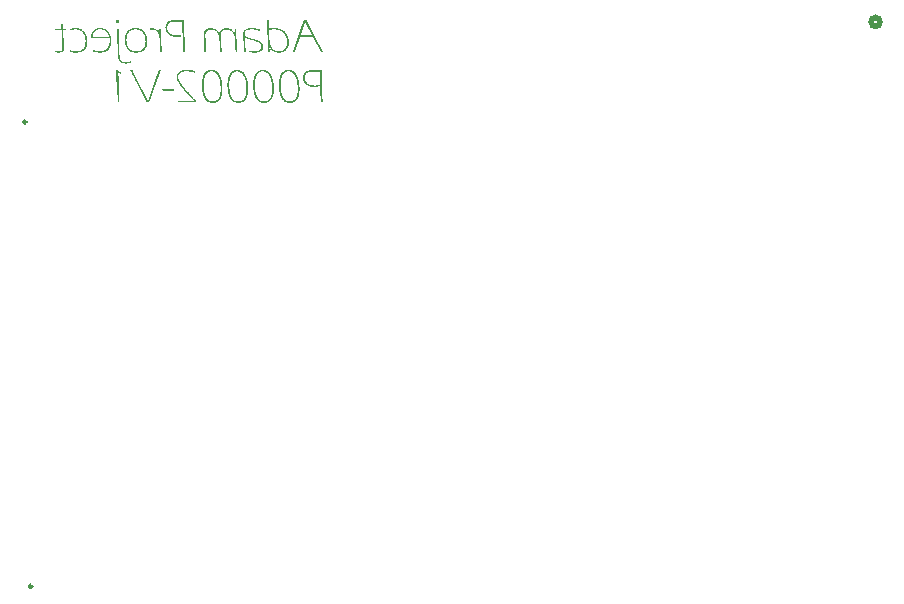
<source format=gbo>
G04*
G04 #@! TF.GenerationSoftware,Altium Limited,Altium Designer,22.7.1 (60)*
G04*
G04 Layer_Color=8421631*
%FSLAX44Y44*%
%MOMM*%
G71*
G04*
G04 #@! TF.SameCoordinates,D08EC4CB-3731-4FB6-A323-C4F571B0A5DD*
G04*
G04*
G04 #@! TF.FilePolarity,Positive*
G04*
G01*
G75*
%ADD10C,0.5080*%
%ADD11C,0.2540*%
G36*
X261837Y807854D02*
X267676Y796301D01*
X274320Y783310D01*
X272543D01*
X266322Y796259D01*
X255108D01*
X254939Y795794D01*
X254770Y795328D01*
X254389Y794270D01*
X253966Y793128D01*
X253585Y792070D01*
X253416Y791562D01*
X253246Y791097D01*
X253120Y790673D01*
X252992Y790293D01*
X252866Y789996D01*
X252823Y789785D01*
X252739Y789615D01*
Y789573D01*
X252442Y788769D01*
X252188Y788050D01*
X251977Y787373D01*
X251765Y786738D01*
X251554Y786188D01*
X251385Y785680D01*
X251215Y785215D01*
X251088Y784791D01*
X250961Y784453D01*
X250877Y784157D01*
X250792Y783903D01*
X250750Y783691D01*
X250665Y783522D01*
Y783395D01*
X250623Y783353D01*
Y783310D01*
X248803D01*
X254643Y799433D01*
X258494Y810351D01*
X258874Y810308D01*
X259975D01*
X260313Y810351D01*
X260652D01*
X261837Y807854D01*
D02*
G37*
G36*
X228872Y809631D02*
Y808996D01*
X228830Y808404D01*
Y807896D01*
Y807473D01*
Y807134D01*
Y806965D01*
Y806881D01*
Y805611D01*
X228872Y805019D01*
Y804469D01*
X228915Y804003D01*
Y803665D01*
X228957Y803411D01*
Y803368D01*
Y803326D01*
X229846Y803453D01*
X230650Y803580D01*
X231411Y803665D01*
X232088Y803707D01*
X232638Y803749D01*
X233400D01*
X234289Y803707D01*
X235177Y803665D01*
X235981Y803538D01*
X236658Y803411D01*
X237251Y803284D01*
X237716Y803199D01*
X237886Y803157D01*
X238013Y803114D01*
X238055Y803072D01*
X238097D01*
X238901Y802776D01*
X239663Y802437D01*
X240340Y802099D01*
X240932Y801718D01*
X241440Y801379D01*
X241821Y801083D01*
X242033Y800914D01*
X242117Y800829D01*
X242752Y800195D01*
X243302Y799518D01*
X243768Y798883D01*
X244148Y798248D01*
X244445Y797698D01*
X244656Y797275D01*
X244741Y797105D01*
X244783Y796979D01*
X244825Y796936D01*
Y796894D01*
X245122Y796005D01*
X245333Y795159D01*
X245502Y794355D01*
X245587Y793593D01*
X245672Y793001D01*
Y792705D01*
X245714Y792493D01*
Y792324D01*
Y792197D01*
Y792112D01*
Y792070D01*
X245672Y791393D01*
X245630Y790716D01*
X245545Y790123D01*
X245460Y789615D01*
X245376Y789150D01*
X245333Y788811D01*
X245249Y788600D01*
Y788515D01*
X245037Y787923D01*
X244783Y787373D01*
X244487Y786865D01*
X244233Y786400D01*
X243979Y786061D01*
X243768Y785765D01*
X243641Y785595D01*
X243598Y785553D01*
X243133Y785088D01*
X242667Y784707D01*
X242160Y784368D01*
X241736Y784114D01*
X241355Y783903D01*
X241017Y783734D01*
X240848Y783649D01*
X240763Y783607D01*
X240128Y783395D01*
X239494Y783226D01*
X238859Y783099D01*
X238309Y783014D01*
X237843Y782972D01*
X237505Y782930D01*
X237166D01*
X236235Y782972D01*
X235854Y783014D01*
X235473Y783099D01*
X235177Y783141D01*
X234966Y783183D01*
X234797Y783226D01*
X234754D01*
X233908Y783480D01*
X233569Y783607D01*
X233273Y783734D01*
X233019Y783860D01*
X232850Y783945D01*
X232723Y784030D01*
X232681D01*
X232088Y784453D01*
X231623Y784834D01*
X231453Y785003D01*
X231284Y785088D01*
X231242Y785172D01*
X231200Y785215D01*
X230776Y785680D01*
X230438Y786103D01*
X230311Y786273D01*
X230226Y786400D01*
X230142Y786484D01*
Y786526D01*
X229972Y786780D01*
X229803Y787119D01*
X229549Y787711D01*
X229422Y787965D01*
X229338Y788177D01*
X229256Y788300D01*
X229549Y783310D01*
X227983D01*
Y785722D01*
Y786103D01*
Y786526D01*
Y787034D01*
X227941Y787584D01*
Y788769D01*
X227899Y789996D01*
Y790589D01*
Y791139D01*
Y791647D01*
X227857Y792070D01*
Y792451D01*
Y792705D01*
Y792916D01*
Y792959D01*
X227560Y802564D01*
X227518Y804088D01*
X227476Y805484D01*
X227433Y806796D01*
X227391Y807431D01*
X227349Y807981D01*
Y808489D01*
X227306Y808954D01*
X227264Y809377D01*
Y809716D01*
Y809970D01*
X227222Y810181D01*
Y810308D01*
Y810351D01*
X227560Y810308D01*
X228322D01*
X228618Y810351D01*
X228915D01*
X228872Y809631D01*
D02*
G37*
G36*
X156807Y808827D02*
X156850Y807262D01*
Y805738D01*
X156892Y805019D01*
Y804342D01*
Y803707D01*
X156934Y803114D01*
Y802607D01*
Y802141D01*
X156977Y801803D01*
Y801506D01*
Y801337D01*
Y801295D01*
X157358Y791435D01*
X157442Y789700D01*
X157484Y788896D01*
X157527Y788134D01*
X157569Y787415D01*
X157611Y786780D01*
X157654Y786146D01*
Y785595D01*
X157696Y785088D01*
X157738Y784622D01*
Y784241D01*
X157781Y783903D01*
Y783649D01*
X157823Y783480D01*
Y783353D01*
Y783310D01*
X155961D01*
X156003Y785384D01*
Y785553D01*
Y785765D01*
Y786230D01*
X155961Y786865D01*
Y787627D01*
Y788431D01*
X155919Y789277D01*
X155876Y791054D01*
X155834Y791943D01*
Y792789D01*
X155792Y793551D01*
Y794228D01*
Y794820D01*
X155749Y795244D01*
Y795413D01*
Y795540D01*
Y795582D01*
Y795624D01*
X155707Y797233D01*
X155623Y798714D01*
X155580Y800110D01*
X155538Y801422D01*
X155496Y802649D01*
X155411Y803749D01*
X155369Y804765D01*
X155326Y805653D01*
X155284Y806457D01*
Y807177D01*
X155242Y807769D01*
X155199Y808235D01*
Y808616D01*
X155157Y808912D01*
Y809081D01*
Y809123D01*
X154015Y809081D01*
X148175D01*
X147498Y809039D01*
X146905Y808996D01*
X146440Y808912D01*
X146101Y808869D01*
X145847Y808785D01*
X145721Y808743D01*
X145678D01*
X145001Y808489D01*
X144747Y808319D01*
X144493Y808150D01*
X144324Y808023D01*
X144197Y807896D01*
X144112Y807854D01*
X144070Y807812D01*
X143647Y807346D01*
X143308Y806838D01*
X143224Y806627D01*
X143139Y806457D01*
X143055Y806330D01*
Y806288D01*
X142843Y805569D01*
X142758Y805230D01*
X142716Y804934D01*
X142674Y804680D01*
Y804469D01*
Y804342D01*
Y804299D01*
X142716Y803749D01*
X142758Y803241D01*
X142885Y802734D01*
X142970Y802310D01*
X143097Y801930D01*
X143224Y801676D01*
X143266Y801506D01*
X143308Y801422D01*
X143562Y800956D01*
X143858Y800491D01*
X144155Y800110D01*
X144409Y799814D01*
X144663Y799518D01*
X144874Y799348D01*
X145001Y799221D01*
X145043Y799179D01*
X145467Y798883D01*
X145890Y798587D01*
X146355Y798375D01*
X146736Y798206D01*
X147117Y798079D01*
X147413Y797994D01*
X147582Y797909D01*
X147667D01*
X148852Y797698D01*
X149402Y797613D01*
X149867Y797571D01*
X150291D01*
X150629Y797529D01*
X150925D01*
X152153Y797571D01*
X152745Y797656D01*
X153295Y797698D01*
X153718Y797783D01*
X154099Y797825D01*
X154311Y797867D01*
X154395D01*
X154226Y797402D01*
X154141Y797021D01*
X154057Y796725D01*
X154015Y796682D01*
Y796640D01*
X153337Y796513D01*
X152703Y796429D01*
X152153Y796386D01*
X151645Y796344D01*
X151264Y796301D01*
X150672D01*
X149698Y796344D01*
X148767Y796429D01*
X147963Y796598D01*
X147244Y796767D01*
X146651Y796936D01*
X146228Y797105D01*
X146059Y797148D01*
X145932Y797190D01*
X145890Y797233D01*
X145847D01*
X145086Y797613D01*
X144409Y798079D01*
X143858Y798544D01*
X143351Y798967D01*
X142970Y799391D01*
X142674Y799729D01*
X142504Y799941D01*
X142462Y800025D01*
X142039Y800745D01*
X141743Y801506D01*
X141489Y802226D01*
X141362Y802903D01*
X141277Y803495D01*
X141193Y803961D01*
Y804130D01*
Y804257D01*
Y804342D01*
Y804384D01*
Y804892D01*
X141277Y805357D01*
X141362Y805780D01*
X141447Y806204D01*
X141531Y806500D01*
X141616Y806754D01*
X141658Y806923D01*
X141700Y806965D01*
X141912Y807388D01*
X142124Y807812D01*
X142378Y808150D01*
X142631Y808446D01*
X142843Y808700D01*
X143012Y808869D01*
X143139Y808996D01*
X143181Y809039D01*
X143562Y809335D01*
X143943Y809547D01*
X144282Y809758D01*
X144620Y809885D01*
X144916Y809970D01*
X145128Y810054D01*
X145297Y810097D01*
X145340D01*
X145805Y810181D01*
X146313Y810266D01*
X146863Y810308D01*
X147329D01*
X147794Y810351D01*
X148471D01*
X152872Y810308D01*
X156807Y810351D01*
Y808827D01*
D02*
G37*
G36*
X101585Y808404D02*
X99596D01*
X99553Y810351D01*
X99892Y810308D01*
X100950D01*
X101246Y810351D01*
X101585D01*
Y808404D01*
D02*
G37*
G36*
X101542Y801591D02*
Y801422D01*
Y801083D01*
Y800702D01*
X101585Y800195D01*
Y799644D01*
Y799052D01*
X101627Y797740D01*
Y797105D01*
X101669Y796513D01*
Y795921D01*
Y795413D01*
X101711Y794990D01*
Y794694D01*
Y794482D01*
Y794397D01*
X101754Y793339D01*
X101796Y792366D01*
Y791520D01*
X101838Y790716D01*
X101881Y790039D01*
Y789404D01*
Y788896D01*
X101923Y788388D01*
Y788008D01*
Y787669D01*
X101965Y787415D01*
Y787161D01*
Y787034D01*
Y786907D01*
Y786865D01*
Y786823D01*
X102008Y785892D01*
X102050Y785088D01*
X102092Y784326D01*
X102135Y783607D01*
X102177Y783014D01*
X102219Y782464D01*
X102261Y781999D01*
Y781575D01*
X102304Y781237D01*
Y780941D01*
X102346Y780687D01*
Y780518D01*
X102388Y780348D01*
Y780264D01*
Y780179D01*
X102473Y779629D01*
X102558Y779121D01*
X102642Y778698D01*
X102685Y778359D01*
X102769Y778063D01*
X102854Y777809D01*
X102896Y777682D01*
Y777640D01*
X103108Y777090D01*
X103319Y776709D01*
X103489Y776497D01*
X103531Y776413D01*
X103785Y776117D01*
X104081Y775863D01*
X104293Y775693D01*
X104335Y775651D01*
X104377D01*
X104801Y775397D01*
X105181Y775228D01*
X105393Y775143D01*
X105520Y775101D01*
X105604Y775059D01*
X105647D01*
X106239Y774932D01*
X106747Y774847D01*
X106959Y774805D01*
X107297D01*
X108144Y774847D01*
X108990Y774974D01*
X109836Y775143D01*
X110555Y775313D01*
X111233Y775482D01*
X111487Y775566D01*
X111698Y775651D01*
X111910Y775736D01*
X112037Y775778D01*
X112121Y775820D01*
X112164D01*
X112079Y775228D01*
X112037Y774720D01*
Y774551D01*
Y774424D01*
Y774339D01*
Y774297D01*
X111148Y774085D01*
X110302Y773958D01*
X109540Y773831D01*
X108863Y773789D01*
X108355Y773747D01*
X107932Y773705D01*
X107043D01*
X106578Y773747D01*
X106155Y773789D01*
X105774Y773874D01*
X105478Y773916D01*
X105266Y773958D01*
X105139Y774001D01*
X105097D01*
X104547Y774212D01*
X104039Y774424D01*
X103869Y774509D01*
X103700Y774593D01*
X103616Y774678D01*
X103573D01*
X103108Y775016D01*
X102727Y775313D01*
X102473Y775566D01*
X102431Y775609D01*
X102388Y775651D01*
X102092Y776074D01*
X101838Y776497D01*
X101754Y776667D01*
X101711Y776751D01*
X101669Y776836D01*
Y776878D01*
X101542Y777217D01*
X101415Y777640D01*
X101246Y778402D01*
X101204Y778740D01*
X101161Y778994D01*
X101119Y779163D01*
Y779248D01*
X101077Y779544D01*
X101034Y779883D01*
X100992Y780306D01*
X100950Y780814D01*
X100907Y781872D01*
X100823Y782972D01*
X100780Y784030D01*
X100738Y784495D01*
Y784918D01*
X100696Y785257D01*
Y785553D01*
Y785722D01*
Y785765D01*
X100357Y794609D01*
X99934Y803326D01*
X100273Y803284D01*
X100950D01*
X101246Y803326D01*
X101542D01*
Y801591D01*
D02*
G37*
G36*
X215458Y803707D02*
X216008Y803665D01*
X216431D01*
X216854Y803622D01*
X217150Y803580D01*
X217320Y803538D01*
X217404D01*
X217997Y803453D01*
X218589Y803326D01*
X219139Y803199D01*
X219690Y803072D01*
X220155Y802945D01*
X220536Y802860D01*
X220790Y802818D01*
X220832Y802776D01*
X220874D01*
X220959Y802184D01*
X221001Y801676D01*
X221044Y801506D01*
Y801379D01*
X221086Y801295D01*
Y801253D01*
X220620Y801422D01*
X220197Y801591D01*
X219816Y801718D01*
X219520Y801845D01*
X219266Y801930D01*
X219097Y801972D01*
X218970Y802014D01*
X218928D01*
X218209Y802184D01*
X217531Y802310D01*
X217235Y802353D01*
X216981Y802395D01*
X216812Y802437D01*
X216770D01*
X215796Y802564D01*
X215331Y802607D01*
X214908D01*
X214569Y802649D01*
X214019D01*
X213130Y802607D01*
X212750Y802564D01*
X212369Y802522D01*
X212073Y802480D01*
X211861Y802437D01*
X211692Y802395D01*
X211649D01*
X211226Y802310D01*
X210888Y802184D01*
X210549Y802057D01*
X210253Y801930D01*
X210041Y801803D01*
X209872Y801718D01*
X209788Y801676D01*
X209745Y801633D01*
X209491Y801422D01*
X209237Y801210D01*
X208941Y800829D01*
X208814Y800660D01*
X208730Y800575D01*
X208687Y800491D01*
Y800449D01*
X208518Y799983D01*
X208433Y799560D01*
X208391Y799433D01*
Y799306D01*
Y799221D01*
Y799179D01*
X208433Y798840D01*
X208476Y798502D01*
X208603Y798163D01*
X208687Y797909D01*
X208814Y797656D01*
X208941Y797486D01*
X208983Y797359D01*
X209026Y797317D01*
X209280Y797021D01*
X209576Y796725D01*
X210168Y796301D01*
X210422Y796132D01*
X210634Y796005D01*
X210803Y795963D01*
X210845Y795921D01*
X211692Y795582D01*
X212115Y795413D01*
X212496Y795328D01*
X212792Y795201D01*
X213046Y795117D01*
X213215Y795074D01*
X213257D01*
X213765Y794947D01*
X214231Y794820D01*
X214612Y794736D01*
X214992Y794651D01*
X215289Y794566D01*
X215543Y794482D01*
X215966Y794397D01*
X216262Y794313D01*
X216389Y794270D01*
X216474Y794228D01*
X216516D01*
X217066Y794059D01*
X217616Y793889D01*
X218081Y793763D01*
X218505Y793593D01*
X218843Y793466D01*
X219139Y793382D01*
X219309Y793339D01*
X219351Y793297D01*
X220155Y792916D01*
X220494Y792747D01*
X220832Y792578D01*
X221086Y792408D01*
X221255Y792324D01*
X221382Y792239D01*
X221425Y792197D01*
X221975Y791816D01*
X222355Y791477D01*
X222609Y791181D01*
X222652Y791139D01*
X222694Y791097D01*
X223075Y790546D01*
X223329Y790081D01*
X223413Y789869D01*
X223498Y789700D01*
X223540Y789615D01*
Y789573D01*
X223667Y789023D01*
X223752Y788515D01*
X223794Y788304D01*
Y788134D01*
Y788050D01*
Y788008D01*
X223710Y787204D01*
X223667Y786865D01*
X223583Y786526D01*
X223498Y786273D01*
X223456Y786061D01*
X223371Y785934D01*
Y785892D01*
X223160Y785553D01*
X222948Y785215D01*
X222736Y784918D01*
X222482Y784665D01*
X222313Y784453D01*
X222144Y784284D01*
X222017Y784199D01*
X221975Y784157D01*
X221594Y783903D01*
X221213Y783691D01*
X220790Y783522D01*
X220409Y783395D01*
X220113Y783310D01*
X219816Y783226D01*
X219647Y783183D01*
X219605D01*
X218505Y783056D01*
X217997Y782972D01*
X217531D01*
X217108Y782930D01*
X216516D01*
X215839Y782972D01*
X215246Y783014D01*
X214992D01*
X214781Y783056D01*
X214612D01*
X214188Y783099D01*
X213765Y783141D01*
X213342Y783226D01*
X212919Y783268D01*
X212538Y783353D01*
X212242Y783395D01*
X212073Y783437D01*
X211988D01*
X211903Y783987D01*
X211819Y784495D01*
X211776Y784665D01*
X211734Y784834D01*
X211692Y784918D01*
Y784961D01*
X212157Y784791D01*
X212538Y784665D01*
X212877Y784538D01*
X213173Y784453D01*
X213384Y784411D01*
X213554Y784368D01*
X213638Y784326D01*
X213681D01*
X214188Y784241D01*
X214654Y784157D01*
X214865D01*
X215035Y784114D01*
X215162D01*
X215712Y784072D01*
X216262Y784030D01*
X217362D01*
X217912Y784072D01*
X218378Y784157D01*
X218801Y784241D01*
X219139Y784284D01*
X219393Y784368D01*
X219563Y784411D01*
X219605D01*
X220028Y784580D01*
X220409Y784791D01*
X220747Y785003D01*
X221001Y785215D01*
X221255Y785426D01*
X221425Y785553D01*
X221509Y785680D01*
X221551Y785722D01*
X221805Y786103D01*
X221975Y786484D01*
X222144Y786865D01*
X222229Y787204D01*
X222271Y787500D01*
X222313Y787754D01*
Y787923D01*
Y787965D01*
X222271Y788558D01*
X222144Y789108D01*
X222102Y789277D01*
X222059Y789446D01*
X222017Y789531D01*
Y789573D01*
X221763Y790039D01*
X221467Y790419D01*
X221340Y790589D01*
X221213Y790716D01*
X221171Y790758D01*
X221128Y790800D01*
X220578Y791266D01*
X220028Y791647D01*
X219816Y791774D01*
X219647Y791901D01*
X219520Y791943D01*
X219478Y791985D01*
X219097Y792154D01*
X218674Y792324D01*
X218209Y792493D01*
X217785Y792662D01*
X217404Y792789D01*
X217108Y792916D01*
X216897Y792959D01*
X216812Y793001D01*
X216474Y793085D01*
X216093Y793212D01*
X215289Y793466D01*
X214908Y793551D01*
X214612Y793636D01*
X214400Y793720D01*
X214315D01*
X213723Y793889D01*
X213215Y794016D01*
X212834Y794101D01*
X212538Y794186D01*
X212327Y794270D01*
X212199D01*
X212115Y794313D01*
X211776Y794440D01*
X211438Y794566D01*
X211184Y794651D01*
X211142Y794694D01*
X211099D01*
X210718Y794863D01*
X210422Y794990D01*
X210253Y795074D01*
X210168Y795117D01*
X209914Y795286D01*
X209660Y795413D01*
X209491Y795498D01*
X209449Y795540D01*
X209153Y795794D01*
X208857Y796048D01*
X208603Y796259D01*
X208560Y796301D01*
X208518Y796344D01*
X208603Y794905D01*
X208645Y794228D01*
X208687Y793593D01*
Y793043D01*
X208730Y792620D01*
Y792451D01*
Y792324D01*
Y792281D01*
Y792239D01*
Y791435D01*
X208772Y790716D01*
X208814Y789996D01*
Y789404D01*
X208857Y788896D01*
Y788515D01*
X208899Y788261D01*
Y788219D01*
Y788177D01*
X208941Y787415D01*
X208983Y786653D01*
X209026Y785807D01*
X209110Y785045D01*
X209153Y784368D01*
X209195Y784072D01*
Y783818D01*
Y783607D01*
X209237Y783437D01*
Y783353D01*
Y783310D01*
X207587D01*
Y784961D01*
Y785469D01*
Y786019D01*
X207545Y786653D01*
Y787246D01*
Y787796D01*
X207502Y788261D01*
Y788431D01*
Y788558D01*
Y788642D01*
Y788685D01*
X207460Y789615D01*
X207418Y790462D01*
Y791224D01*
X207376Y791858D01*
X207333Y792366D01*
X207291Y792747D01*
Y792959D01*
Y793043D01*
X207248Y793678D01*
X207206Y794313D01*
X207164Y794863D01*
X207122Y795370D01*
Y795751D01*
X207079Y796090D01*
Y796259D01*
Y796344D01*
X207037Y796894D01*
Y797359D01*
X206995Y797825D01*
Y798163D01*
Y798460D01*
Y798671D01*
Y798798D01*
Y798840D01*
X207037Y799560D01*
X207079Y799856D01*
X207164Y800152D01*
X207206Y800406D01*
X207291Y800575D01*
X207333Y800702D01*
Y800745D01*
X207460Y801083D01*
X207672Y801379D01*
X207883Y801676D01*
X208095Y801930D01*
X208264Y802099D01*
X208433Y802268D01*
X208560Y802353D01*
X208603Y802395D01*
X208983Y802649D01*
X209407Y802860D01*
X209830Y803030D01*
X210211Y803157D01*
X210549Y803284D01*
X210845Y803368D01*
X211015Y803411D01*
X211099D01*
X212242Y803622D01*
X212792Y803665D01*
X213300Y803707D01*
X213723Y803749D01*
X214358D01*
X215458Y803707D01*
D02*
G37*
G36*
X193750D02*
X194173Y803622D01*
X194511Y803580D01*
X194850Y803495D01*
X195061Y803411D01*
X195231Y803368D01*
X195273D01*
X196077Y803072D01*
X196416Y802903D01*
X196754Y802776D01*
X197008Y802607D01*
X197177Y802522D01*
X197304Y802437D01*
X197346Y802395D01*
X197939Y801930D01*
X198404Y801464D01*
X198574Y801295D01*
X198701Y801168D01*
X198743Y801083D01*
X198785Y801041D01*
X198997Y800787D01*
X199166Y800449D01*
X199547Y799856D01*
X199716Y799560D01*
X199801Y799348D01*
X199886Y799179D01*
X199928Y799137D01*
X199716Y803326D01*
X200012Y803284D01*
X200774D01*
X201028Y803326D01*
X201282D01*
Y802480D01*
Y802057D01*
Y801676D01*
Y801337D01*
Y801083D01*
Y800914D01*
Y800829D01*
X201790Y787627D01*
X201832Y787034D01*
Y786484D01*
X201874Y786273D01*
Y786103D01*
Y786019D01*
Y785976D01*
X202086Y783310D01*
X200520D01*
Y784495D01*
X200478Y785765D01*
Y786992D01*
X200436Y788177D01*
Y788727D01*
X200393Y789192D01*
Y789658D01*
Y790039D01*
X200351Y790335D01*
Y790546D01*
Y790716D01*
Y790758D01*
X200309Y791477D01*
X200266Y792112D01*
X200224Y792747D01*
X200182Y793297D01*
X200139Y793763D01*
X200097Y794228D01*
X200055Y794651D01*
X200012Y794990D01*
Y795286D01*
X199970Y795540D01*
X199928Y795794D01*
X199886Y795963D01*
X199843Y796175D01*
Y796259D01*
X199674Y796894D01*
X199547Y797444D01*
X199378Y797952D01*
X199208Y798333D01*
X199081Y798671D01*
X198955Y798883D01*
X198912Y799052D01*
X198870Y799094D01*
X198616Y799475D01*
X198404Y799856D01*
X198151Y800152D01*
X197897Y800406D01*
X197685Y800618D01*
X197516Y800787D01*
X197431Y800872D01*
X197389Y800914D01*
X196712Y801422D01*
X196077Y801803D01*
X195781Y801930D01*
X195569Y802014D01*
X195442Y802099D01*
X195400D01*
X194554Y802353D01*
X194130Y802437D01*
X193792Y802480D01*
X193496Y802522D01*
X193030D01*
X192226Y802480D01*
X191888Y802395D01*
X191591Y802353D01*
X191338Y802268D01*
X191168Y802184D01*
X191041Y802141D01*
X190999D01*
X190322Y801845D01*
X190068Y801676D01*
X189814Y801549D01*
X189645Y801379D01*
X189518Y801295D01*
X189433Y801210D01*
X189391Y801168D01*
X188968Y800702D01*
X188714Y800237D01*
X188629Y800068D01*
X188545Y799898D01*
X188502Y799814D01*
Y799771D01*
X188418Y799475D01*
X188333Y799094D01*
X188248Y798375D01*
X188206Y798036D01*
Y797783D01*
Y797613D01*
Y797529D01*
Y796894D01*
Y796259D01*
X188248Y795582D01*
Y794990D01*
X188291Y794440D01*
Y793974D01*
X188333Y793805D01*
Y793720D01*
Y793636D01*
Y793593D01*
X188587Y788600D01*
X188629Y787627D01*
X188672Y786696D01*
X188714Y785807D01*
X188756Y785003D01*
X188799Y784284D01*
Y784030D01*
Y783776D01*
X188841Y783564D01*
Y783437D01*
Y783353D01*
Y783310D01*
X187275D01*
X187064Y791224D01*
X187021Y791901D01*
Y792535D01*
X186979Y793128D01*
X186937Y793678D01*
X186894Y794143D01*
X186852Y794566D01*
X186810Y794947D01*
X186767Y795286D01*
X186725Y795582D01*
Y795836D01*
X186640Y796217D01*
X186598Y796429D01*
Y796513D01*
X186471Y797148D01*
X186302Y797698D01*
X186175Y798163D01*
X186006Y798544D01*
X185921Y798883D01*
X185794Y799094D01*
X185752Y799221D01*
X185709Y799264D01*
X185244Y799983D01*
X184990Y800279D01*
X184778Y800533D01*
X184567Y800702D01*
X184398Y800872D01*
X184313Y800956D01*
X184271Y800999D01*
X183594Y801464D01*
X182959Y801803D01*
X182705Y801930D01*
X182493Y802014D01*
X182367Y802099D01*
X182324D01*
X181478Y802353D01*
X181097Y802437D01*
X180716Y802480D01*
X180378Y802522D01*
X179912D01*
X179277Y802480D01*
X178770Y802437D01*
X178558Y802395D01*
X178389Y802353D01*
X178304Y802310D01*
X178262D01*
X177712Y802141D01*
X177288Y802014D01*
X177119Y801930D01*
X176992Y801845D01*
X176950Y801803D01*
X176908D01*
X176485Y801549D01*
X176188Y801295D01*
X176019Y801126D01*
X175934Y801041D01*
X175681Y800702D01*
X175511Y800406D01*
X175384Y800195D01*
X175342Y800152D01*
Y800110D01*
X175215Y799771D01*
X175130Y799433D01*
X175088Y799221D01*
Y799179D01*
Y799137D01*
X175046Y798756D01*
X175003Y798375D01*
Y798206D01*
Y798079D01*
Y797994D01*
Y797952D01*
Y797402D01*
Y796852D01*
X175046Y796301D01*
Y795751D01*
X175088Y795286D01*
Y794905D01*
X175130Y794651D01*
Y794609D01*
Y794566D01*
X175384Y789108D01*
X175427Y787880D01*
X175511Y786780D01*
X175553Y785807D01*
X175596Y784961D01*
X175638Y784580D01*
Y784241D01*
X175681Y783987D01*
Y783734D01*
X175723Y783564D01*
Y783437D01*
Y783353D01*
Y783310D01*
X174157D01*
Y784411D01*
X174115Y785511D01*
Y786611D01*
X174072Y787627D01*
Y788050D01*
X174030Y788473D01*
Y788854D01*
Y789192D01*
X173988Y789446D01*
Y789615D01*
Y789743D01*
Y789785D01*
X173946Y791054D01*
X173861Y792197D01*
X173818Y793170D01*
X173776Y793593D01*
Y793974D01*
Y794313D01*
X173734Y794609D01*
Y794863D01*
X173692Y795032D01*
Y795201D01*
Y795328D01*
Y795370D01*
Y795413D01*
X173649Y796132D01*
X173607Y796725D01*
X173565Y797233D01*
X173522Y797656D01*
Y797952D01*
Y798206D01*
Y798333D01*
Y798375D01*
X173565Y799010D01*
X173649Y799560D01*
X173776Y800068D01*
X173903Y800491D01*
X174072Y800872D01*
X174199Y801126D01*
X174284Y801295D01*
X174326Y801337D01*
X174665Y801760D01*
X175003Y802141D01*
X175384Y802480D01*
X175765Y802734D01*
X176104Y802903D01*
X176357Y803072D01*
X176527Y803114D01*
X176611Y803157D01*
X177162Y803368D01*
X177712Y803495D01*
X178262Y803622D01*
X178727Y803665D01*
X179150Y803707D01*
X179447Y803749D01*
X179743D01*
X180504Y803707D01*
X180843Y803665D01*
X181182Y803622D01*
X181436Y803538D01*
X181647Y803495D01*
X181774Y803453D01*
X181816D01*
X182536Y803241D01*
X182832Y803114D01*
X183128Y802988D01*
X183340Y802903D01*
X183509Y802818D01*
X183636Y802776D01*
X183678Y802734D01*
X184228Y802395D01*
X184694Y802057D01*
X184863Y801930D01*
X184990Y801803D01*
X185075Y801760D01*
X185117Y801718D01*
X185498Y801295D01*
X185836Y800914D01*
X186006Y800618D01*
X186090Y800575D01*
Y800533D01*
X186344Y800110D01*
X186556Y799687D01*
X186683Y799475D01*
X186725Y799348D01*
X186810Y799264D01*
Y799221D01*
X186894Y799560D01*
X186979Y799856D01*
X187064Y800152D01*
X187148Y800364D01*
X187233Y800533D01*
X187275Y800660D01*
X187318Y800702D01*
Y800745D01*
X187529Y801126D01*
X187783Y801464D01*
X187952Y801718D01*
X187994Y801760D01*
X188037Y801803D01*
X188375Y802184D01*
X188756Y802480D01*
X188925Y802564D01*
X189053Y802649D01*
X189137Y802734D01*
X189179D01*
X189729Y803030D01*
X190237Y803241D01*
X190491Y803326D01*
X190660Y803411D01*
X190787Y803453D01*
X190830D01*
X191549Y803622D01*
X191888Y803665D01*
X192226Y803707D01*
X192480Y803749D01*
X192861D01*
X193750Y803707D01*
D02*
G37*
G36*
X87112Y803665D02*
X88170Y803495D01*
X89101Y803241D01*
X89863Y802945D01*
X90498Y802649D01*
X90794Y802522D01*
X91005Y802395D01*
X91175Y802310D01*
X91302Y802226D01*
X91344Y802141D01*
X91386D01*
X92148Y801506D01*
X92783Y800872D01*
X93290Y800195D01*
X93756Y799560D01*
X94052Y799010D01*
X94306Y798587D01*
X94391Y798417D01*
X94433Y798290D01*
X94475Y798206D01*
Y798163D01*
X94771Y797233D01*
X95025Y796344D01*
X95195Y795455D01*
X95279Y794694D01*
X95364Y794016D01*
Y793720D01*
X95406Y793466D01*
Y793255D01*
Y793128D01*
Y793043D01*
Y793001D01*
X95364Y792239D01*
X95322Y791477D01*
X95237Y790800D01*
X95110Y790208D01*
X95025Y789743D01*
X94941Y789362D01*
X94899Y789108D01*
X94856Y789065D01*
Y789023D01*
X94602Y788346D01*
X94348Y787754D01*
X94052Y787161D01*
X93756Y786653D01*
X93460Y786273D01*
X93248Y785934D01*
X93079Y785765D01*
X93036Y785680D01*
X92529Y785172D01*
X91979Y784707D01*
X91471Y784368D01*
X90963Y784072D01*
X90540Y783860D01*
X90201Y783691D01*
X89990Y783607D01*
X89905Y783564D01*
X89186Y783353D01*
X88466Y783183D01*
X87747Y783099D01*
X87070Y783014D01*
X86520Y782972D01*
X86054Y782930D01*
X85674D01*
X84700Y782972D01*
X84235Y783014D01*
X83812Y783056D01*
X83473D01*
X83219Y783099D01*
X83050Y783141D01*
X83008D01*
X81992Y783310D01*
X81484Y783437D01*
X81019Y783522D01*
X80638Y783607D01*
X80342Y783691D01*
X80130Y783776D01*
X80045D01*
X79961Y784326D01*
X79876Y784834D01*
X79834Y785003D01*
Y785172D01*
X79791Y785257D01*
Y785299D01*
X80976Y784876D01*
X82077Y784580D01*
X83092Y784326D01*
X83981Y784199D01*
X84362Y784157D01*
X84700Y784114D01*
X84996Y784072D01*
X85250D01*
X85462Y784030D01*
X85716D01*
X86351Y784072D01*
X86943Y784114D01*
X87535Y784199D01*
X88001Y784326D01*
X88424Y784411D01*
X88763Y784495D01*
X88932Y784538D01*
X89017Y784580D01*
X89567Y784834D01*
X90117Y785130D01*
X90540Y785384D01*
X90963Y785680D01*
X91259Y785934D01*
X91513Y786146D01*
X91682Y786315D01*
X91725Y786357D01*
X92106Y786823D01*
X92444Y787330D01*
X92740Y787796D01*
X92952Y788261D01*
X93121Y788685D01*
X93290Y788981D01*
X93333Y789192D01*
X93375Y789277D01*
X93544Y789954D01*
X93671Y790589D01*
X93798Y791224D01*
X93841Y791774D01*
X93883Y792281D01*
X93925Y792620D01*
Y792874D01*
Y792959D01*
Y793212D01*
Y793551D01*
X93883Y794186D01*
Y794440D01*
X93841Y794694D01*
Y794863D01*
Y794905D01*
X78141D01*
X78099Y795244D01*
Y795498D01*
Y795709D01*
Y795794D01*
X78141Y796725D01*
X78268Y797571D01*
X78437Y798333D01*
X78607Y798967D01*
X78776Y799518D01*
X78945Y799898D01*
X79072Y800152D01*
X79114Y800237D01*
X79538Y800872D01*
X80003Y801422D01*
X80469Y801887D01*
X80892Y802268D01*
X81315Y802564D01*
X81653Y802734D01*
X81865Y802860D01*
X81907Y802903D01*
X81950D01*
X82627Y803199D01*
X83304Y803411D01*
X83981Y803538D01*
X84616Y803665D01*
X85123Y803707D01*
X85547Y803749D01*
X85927D01*
X87112Y803665D01*
D02*
G37*
G36*
X66377D02*
X67520Y803495D01*
X68493Y803284D01*
X68916Y803114D01*
X69339Y802988D01*
X69678Y802860D01*
X69974Y802691D01*
X70270Y802564D01*
X70482Y802480D01*
X70651Y802353D01*
X70778Y802310D01*
X70820Y802226D01*
X70863D01*
X71624Y801591D01*
X72259Y800956D01*
X72809Y800237D01*
X73232Y799602D01*
X73571Y799010D01*
X73825Y798502D01*
X73910Y798333D01*
X73952Y798206D01*
X73994Y798121D01*
Y798079D01*
X74333Y797105D01*
X74544Y796132D01*
X74714Y795201D01*
X74840Y794355D01*
X74925Y793636D01*
Y793339D01*
X74967Y793085D01*
Y792874D01*
Y792705D01*
Y792620D01*
Y792578D01*
X74925Y791816D01*
X74883Y791054D01*
X74798Y790377D01*
X74671Y789743D01*
X74544Y789235D01*
X74460Y788854D01*
X74417Y788600D01*
X74375Y788558D01*
Y788515D01*
X74121Y787838D01*
X73825Y787204D01*
X73486Y786696D01*
X73190Y786230D01*
X72894Y785849D01*
X72682Y785553D01*
X72513Y785384D01*
X72471Y785342D01*
X71963Y784918D01*
X71413Y784538D01*
X70905Y784199D01*
X70440Y783945D01*
X70016Y783734D01*
X69678Y783607D01*
X69466Y783522D01*
X69382Y783480D01*
X68705Y783310D01*
X68028Y783183D01*
X67393Y783056D01*
X66800Y783014D01*
X66293Y782972D01*
X65869Y782930D01*
X65531D01*
X64727Y782972D01*
X63881Y783014D01*
X63077Y783099D01*
X62357Y783183D01*
X61765Y783268D01*
X61469Y783310D01*
X61257Y783353D01*
X61088Y783395D01*
X60961Y783437D01*
X60834D01*
X60749Y783945D01*
X60665Y784453D01*
X60622Y784665D01*
X60580Y784834D01*
X60538Y784918D01*
Y784961D01*
X61172Y784791D01*
X61722Y784622D01*
X62188Y784495D01*
X62611Y784368D01*
X62950Y784284D01*
X63161Y784241D01*
X63330Y784199D01*
X63373D01*
X64177Y784114D01*
X64515Y784072D01*
X64812D01*
X65065Y784030D01*
X65446D01*
X66081Y784072D01*
X66716Y784114D01*
X67266Y784199D01*
X67774Y784326D01*
X68197Y784411D01*
X68493Y784495D01*
X68705Y784538D01*
X68789Y784580D01*
X69339Y784791D01*
X69847Y785045D01*
X70313Y785342D01*
X70693Y785595D01*
X71032Y785807D01*
X71244Y786019D01*
X71413Y786146D01*
X71455Y786188D01*
X71836Y786611D01*
X72132Y787076D01*
X72428Y787542D01*
X72640Y788008D01*
X72809Y788388D01*
X72936Y788685D01*
X72979Y788896D01*
X73021Y788981D01*
X73190Y789615D01*
X73275Y790293D01*
X73359Y790885D01*
X73444Y791477D01*
Y791943D01*
X73486Y792324D01*
Y792578D01*
Y792620D01*
Y792662D01*
Y793339D01*
X73402Y793974D01*
X73359Y794609D01*
X73275Y795159D01*
X73190Y795582D01*
X73148Y795963D01*
X73063Y796175D01*
Y796259D01*
X72852Y796936D01*
X72640Y797529D01*
X72386Y798121D01*
X72132Y798587D01*
X71878Y799010D01*
X71709Y799306D01*
X71582Y799475D01*
X71540Y799560D01*
X71117Y800068D01*
X70693Y800533D01*
X70228Y800914D01*
X69847Y801253D01*
X69466Y801506D01*
X69170Y801718D01*
X69001Y801803D01*
X68916Y801845D01*
X68281Y802099D01*
X67647Y802310D01*
X67012Y802437D01*
X66462Y802564D01*
X65954Y802607D01*
X65531Y802649D01*
X65192D01*
X64431Y802607D01*
X64092Y802564D01*
X63754D01*
X63500Y802522D01*
X63288Y802480D01*
X63119Y802437D01*
X63077D01*
X62611Y802353D01*
X62061Y802226D01*
X61511Y802099D01*
X61003Y801972D01*
X60538Y801845D01*
X60157Y801718D01*
X59903Y801676D01*
X59861Y801633D01*
X59818D01*
X59903Y802141D01*
X59945Y802607D01*
Y802776D01*
Y802903D01*
Y802988D01*
Y803030D01*
X60876Y803284D01*
X61765Y803453D01*
X62653Y803580D01*
X63415Y803665D01*
X64092Y803707D01*
X64388Y803749D01*
X65065D01*
X66377Y803665D01*
D02*
G37*
G36*
X53428Y807177D02*
X53852Y807134D01*
X54063Y807092D01*
X54190Y807050D01*
X54317D01*
Y806161D01*
X54359Y805399D01*
X54402Y804765D01*
Y804257D01*
X54444Y803834D01*
Y803538D01*
X54486Y803368D01*
Y803326D01*
X56856D01*
X56898Y802903D01*
Y802564D01*
X56941Y802310D01*
Y802268D01*
Y802226D01*
X54529D01*
X55206Y789108D01*
Y788727D01*
X55248Y788388D01*
Y788134D01*
Y787923D01*
Y787796D01*
Y787711D01*
Y787627D01*
Y787415D01*
Y787246D01*
Y787161D01*
Y787119D01*
X55206Y786484D01*
X55163Y785976D01*
X55121Y785765D01*
Y785595D01*
X55079Y785511D01*
Y785469D01*
X54910Y784918D01*
X54656Y784453D01*
X54529Y784284D01*
X54444Y784157D01*
X54402Y784072D01*
X54359Y784030D01*
X53894Y783649D01*
X53471Y783353D01*
X53259Y783268D01*
X53090Y783226D01*
X53005Y783183D01*
X52963D01*
X52286Y783056D01*
X51609Y782972D01*
X51355Y782930D01*
X50932D01*
X49916Y782972D01*
X49408Y783056D01*
X48943Y783141D01*
X48562Y783183D01*
X48224Y783268D01*
X48054Y783310D01*
X47970D01*
X47885Y783776D01*
X47800Y784199D01*
X47758Y784326D01*
Y784453D01*
X47716Y784538D01*
Y784580D01*
X48224Y784453D01*
X48689Y784368D01*
X49028Y784284D01*
X49324Y784199D01*
X49535Y784157D01*
X49704Y784114D01*
X49832D01*
X50255Y784072D01*
X50593Y784030D01*
X50932D01*
X51482Y784072D01*
X51947Y784199D01*
X52159Y784241D01*
X52286Y784284D01*
X52371Y784326D01*
X52413D01*
X52878Y784622D01*
X53217Y785003D01*
X53344Y785172D01*
X53428Y785299D01*
X53513Y785384D01*
Y785426D01*
X53640Y785765D01*
X53725Y786146D01*
X53852Y786907D01*
Y787288D01*
X53894Y787584D01*
Y787754D01*
Y787838D01*
X53852Y788642D01*
X53175Y802226D01*
X47292D01*
X47250Y802649D01*
X47208Y802988D01*
X47166Y803241D01*
Y803284D01*
Y803326D01*
X53132D01*
Y803495D01*
Y803707D01*
X53090Y804257D01*
Y804934D01*
X53047Y805611D01*
X53005Y806246D01*
Y806796D01*
X52963Y807008D01*
Y807177D01*
Y807262D01*
Y807304D01*
X53428Y807177D01*
D02*
G37*
G36*
X130444Y803707D02*
X130783Y803665D01*
X131121Y803622D01*
X131375Y803580D01*
X131587Y803538D01*
X131714Y803495D01*
X131756D01*
X132475Y803284D01*
X132772Y803157D01*
X133026Y803030D01*
X133279Y802945D01*
X133449Y802860D01*
X133533Y802818D01*
X133576Y802776D01*
X134126Y802395D01*
X134549Y802014D01*
X134718Y801845D01*
X134803Y801718D01*
X134888Y801633D01*
X134930Y801591D01*
X135141Y801295D01*
X135353Y800999D01*
X135734Y800322D01*
X135903Y800025D01*
X136030Y799771D01*
X136115Y799602D01*
X136157Y799560D01*
X135945Y803326D01*
X136242Y803284D01*
X136961D01*
X137215Y803326D01*
X137469D01*
X137426Y801506D01*
Y800956D01*
Y800364D01*
Y799729D01*
X137469Y799052D01*
X137511Y797656D01*
Y796259D01*
X137553Y795624D01*
Y795032D01*
X137596Y794482D01*
Y794016D01*
X137638Y793636D01*
Y793339D01*
Y793170D01*
Y793085D01*
X137680Y792070D01*
X137723Y791054D01*
X137765Y790081D01*
X137807Y789192D01*
X137850Y788346D01*
Y787500D01*
X137892Y786780D01*
X137934Y786103D01*
X137977Y785469D01*
Y784918D01*
X138019Y784453D01*
Y784030D01*
Y783734D01*
X138061Y783522D01*
Y783353D01*
Y783310D01*
X136496D01*
Y783734D01*
Y784199D01*
Y785215D01*
X136453Y786273D01*
Y787330D01*
Y787838D01*
Y788304D01*
X136411Y788685D01*
Y789065D01*
Y789362D01*
Y789573D01*
Y789743D01*
Y789785D01*
X136369Y790970D01*
X136326Y792028D01*
X136284Y793001D01*
X136242Y793889D01*
X136199Y794228D01*
Y794566D01*
X136157Y794863D01*
Y795074D01*
Y795286D01*
X136115Y795413D01*
Y795498D01*
Y795540D01*
X136072Y796132D01*
X135988Y796682D01*
X135903Y797148D01*
X135818Y797529D01*
X135734Y797867D01*
X135649Y798079D01*
X135607Y798248D01*
Y798290D01*
X135311Y798967D01*
X135141Y799306D01*
X134972Y799560D01*
X134845Y799771D01*
X134718Y799983D01*
X134676Y800068D01*
X134634Y800110D01*
X134168Y800702D01*
X133745Y801126D01*
X133618Y801253D01*
X133491Y801379D01*
X133406Y801464D01*
X133364D01*
X132856Y801803D01*
X132391Y802057D01*
X132221Y802141D01*
X132052Y802184D01*
X131968Y802226D01*
X131925D01*
X131333Y802395D01*
X130783Y802480D01*
X130529Y802522D01*
X130190D01*
X129429Y802480D01*
X129005Y802437D01*
X128667Y802353D01*
X128328Y802310D01*
X128075Y802226D01*
X127905Y802184D01*
X127863D01*
X127905Y802691D01*
X127948Y803114D01*
Y803284D01*
Y803411D01*
Y803495D01*
Y803538D01*
X128582Y803665D01*
X129090Y803707D01*
X129344Y803749D01*
X129640D01*
X130444Y803707D01*
D02*
G37*
G36*
X116988D02*
X117919Y803538D01*
X118807Y803368D01*
X119569Y803114D01*
X120204Y802903D01*
X120458Y802776D01*
X120669Y802691D01*
X120838Y802607D01*
X120965Y802522D01*
X121050Y802480D01*
X121092D01*
X121896Y801972D01*
X122616Y801337D01*
X123208Y800702D01*
X123716Y800068D01*
X124097Y799475D01*
X124393Y799010D01*
X124478Y798840D01*
X124562Y798714D01*
X124605Y798629D01*
Y798587D01*
X124985Y797571D01*
X125282Y796555D01*
X125493Y795582D01*
X125620Y794694D01*
X125705Y793889D01*
X125747Y793593D01*
X125789Y793297D01*
Y793043D01*
Y792874D01*
Y792789D01*
Y792747D01*
Y792070D01*
X125705Y791435D01*
X125662Y790843D01*
X125578Y790293D01*
X125493Y789869D01*
X125451Y789531D01*
X125366Y789319D01*
Y789235D01*
X125155Y788642D01*
X124943Y788092D01*
X124732Y787584D01*
X124520Y787161D01*
X124308Y786823D01*
X124139Y786526D01*
X124054Y786357D01*
X124012Y786315D01*
X123674Y785892D01*
X123293Y785469D01*
X122912Y785130D01*
X122616Y784876D01*
X122319Y784622D01*
X122108Y784453D01*
X121939Y784368D01*
X121896Y784326D01*
X121431Y784072D01*
X120965Y783860D01*
X120542Y783649D01*
X120161Y783522D01*
X119823Y783395D01*
X119527Y783310D01*
X119357Y783268D01*
X119315D01*
X118299Y783056D01*
X117834Y783014D01*
X117411Y782972D01*
X117030Y782930D01*
X116522D01*
X115760Y782972D01*
X115041Y783014D01*
X114406Y783099D01*
X113814Y783226D01*
X113348Y783353D01*
X112968Y783437D01*
X112756Y783480D01*
X112671Y783522D01*
X111994Y783776D01*
X111402Y784114D01*
X110852Y784453D01*
X110386Y784834D01*
X110005Y785130D01*
X109752Y785384D01*
X109540Y785553D01*
X109498Y785638D01*
X109032Y786230D01*
X108609Y786823D01*
X108228Y787457D01*
X107932Y788050D01*
X107720Y788558D01*
X107551Y788939D01*
X107509Y789108D01*
X107466Y789235D01*
X107424Y789277D01*
Y789319D01*
X107170Y790166D01*
X107001Y791012D01*
X106832Y791774D01*
X106747Y792493D01*
X106705Y793085D01*
X106662Y793551D01*
Y793720D01*
Y793847D01*
Y793932D01*
Y793974D01*
X106705Y794820D01*
X106789Y795582D01*
X106874Y796301D01*
X107001Y796936D01*
X107170Y797444D01*
X107255Y797867D01*
X107339Y798121D01*
X107382Y798163D01*
Y798206D01*
X107678Y798925D01*
X107974Y799560D01*
X108313Y800110D01*
X108609Y800618D01*
X108905Y800956D01*
X109159Y801253D01*
X109328Y801422D01*
X109371Y801464D01*
X109879Y801887D01*
X110386Y802268D01*
X110894Y802564D01*
X111402Y802776D01*
X111783Y802988D01*
X112121Y803114D01*
X112333Y803157D01*
X112417Y803199D01*
X113052Y803368D01*
X113687Y803538D01*
X114322Y803622D01*
X114830Y803665D01*
X115295Y803707D01*
X115676Y803749D01*
X115972D01*
X116988Y803707D01*
D02*
G37*
G36*
X273304Y766350D02*
X273347Y764784D01*
Y763261D01*
X273389Y762542D01*
Y761864D01*
Y761230D01*
X273431Y760637D01*
Y760129D01*
Y759664D01*
X273474Y759325D01*
Y759029D01*
Y758860D01*
Y758818D01*
X273855Y748958D01*
X273939Y747223D01*
X273981Y746419D01*
X274024Y745657D01*
X274066Y744938D01*
X274108Y744303D01*
X274151Y743668D01*
Y743118D01*
X274193Y742610D01*
X274235Y742145D01*
Y741764D01*
X274278Y741426D01*
Y741172D01*
X274320Y741002D01*
Y740875D01*
Y740833D01*
X272458D01*
X272500Y742907D01*
Y743076D01*
Y743288D01*
Y743753D01*
X272458Y744388D01*
Y745149D01*
Y745953D01*
X272416Y746800D01*
X272373Y748577D01*
X272331Y749466D01*
Y750312D01*
X272289Y751074D01*
Y751751D01*
Y752343D01*
X272246Y752766D01*
Y752936D01*
Y753063D01*
Y753105D01*
Y753147D01*
X272204Y754755D01*
X272120Y756236D01*
X272077Y757633D01*
X272035Y758945D01*
X271993Y760172D01*
X271908Y761272D01*
X271866Y762288D01*
X271823Y763176D01*
X271781Y763980D01*
Y764700D01*
X271739Y765292D01*
X271696Y765758D01*
Y766138D01*
X271654Y766435D01*
Y766604D01*
Y766646D01*
X270511Y766604D01*
X264672D01*
X263995Y766562D01*
X263402Y766519D01*
X262937Y766435D01*
X262598Y766392D01*
X262344Y766308D01*
X262218Y766265D01*
X262175D01*
X261498Y766011D01*
X261244Y765842D01*
X260990Y765673D01*
X260821Y765546D01*
X260694Y765419D01*
X260609Y765377D01*
X260567Y765334D01*
X260144Y764869D01*
X259806Y764361D01*
X259721Y764149D01*
X259636Y763980D01*
X259552Y763853D01*
Y763811D01*
X259340Y763092D01*
X259255Y762753D01*
X259213Y762457D01*
X259171Y762203D01*
Y761991D01*
Y761864D01*
Y761822D01*
X259213Y761272D01*
X259255Y760764D01*
X259382Y760256D01*
X259467Y759833D01*
X259594Y759452D01*
X259721Y759199D01*
X259763Y759029D01*
X259806Y758945D01*
X260059Y758479D01*
X260356Y758014D01*
X260652Y757633D01*
X260906Y757337D01*
X261160Y757040D01*
X261371Y756871D01*
X261498Y756744D01*
X261540Y756702D01*
X261964Y756406D01*
X262387Y756109D01*
X262852Y755898D01*
X263233Y755729D01*
X263614Y755602D01*
X263910Y755517D01*
X264079Y755432D01*
X264164D01*
X265349Y755221D01*
X265899Y755136D01*
X266364Y755094D01*
X266788D01*
X267126Y755051D01*
X267422D01*
X268650Y755094D01*
X269242Y755178D01*
X269792Y755221D01*
X270215Y755305D01*
X270596Y755348D01*
X270808Y755390D01*
X270892D01*
X270723Y754924D01*
X270639Y754544D01*
X270554Y754248D01*
X270511Y754205D01*
Y754163D01*
X269834Y754036D01*
X269200Y753951D01*
X268650Y753909D01*
X268142Y753867D01*
X267761Y753824D01*
X267169D01*
X266195Y753867D01*
X265264Y753951D01*
X264460Y754120D01*
X263741Y754290D01*
X263148Y754459D01*
X262725Y754628D01*
X262556Y754671D01*
X262429Y754713D01*
X262387Y754755D01*
X262344D01*
X261583Y755136D01*
X260906Y755602D01*
X260356Y756067D01*
X259848Y756490D01*
X259467Y756913D01*
X259171Y757252D01*
X259002Y757464D01*
X258959Y757548D01*
X258536Y758268D01*
X258240Y759029D01*
X257986Y759749D01*
X257859Y760426D01*
X257774Y761018D01*
X257690Y761484D01*
Y761653D01*
Y761780D01*
Y761864D01*
Y761907D01*
Y762414D01*
X257774Y762880D01*
X257859Y763303D01*
X257944Y763726D01*
X258028Y764023D01*
X258113Y764276D01*
X258155Y764446D01*
X258197Y764488D01*
X258409Y764911D01*
X258621Y765334D01*
X258874Y765673D01*
X259128Y765969D01*
X259340Y766223D01*
X259509Y766392D01*
X259636Y766519D01*
X259678Y766562D01*
X260059Y766858D01*
X260440Y767069D01*
X260779Y767281D01*
X261117Y767408D01*
X261413Y767493D01*
X261625Y767577D01*
X261794Y767619D01*
X261837D01*
X262302Y767704D01*
X262810Y767789D01*
X263360Y767831D01*
X263825D01*
X264291Y767873D01*
X264968D01*
X269369Y767831D01*
X273304Y767873D01*
Y766350D01*
D02*
G37*
G36*
X129810Y747604D02*
X129513Y746800D01*
X129302Y746123D01*
X129090Y745573D01*
X128921Y745149D01*
X128836Y744811D01*
X128752Y744557D01*
X128667Y744430D01*
Y744388D01*
X128498Y743880D01*
X128371Y743457D01*
X128328Y743288D01*
X128286Y743161D01*
X128244Y743076D01*
Y743034D01*
X127567Y740833D01*
X125324D01*
X124689Y742187D01*
X124012Y743584D01*
X123335Y744938D01*
X122743Y746207D01*
X122446Y746758D01*
X122192Y747265D01*
X121981Y747731D01*
X121769Y748112D01*
X121600Y748450D01*
X121473Y748662D01*
X121431Y748831D01*
X121389Y748873D01*
X116184Y758987D01*
X115676Y760003D01*
X115168Y761018D01*
X114703Y761907D01*
X114279Y762753D01*
X113856Y763557D01*
X113475Y764276D01*
X113095Y764954D01*
X112798Y765546D01*
X112502Y766096D01*
X112248Y766562D01*
X112037Y766942D01*
X111867Y767281D01*
X111698Y767535D01*
X111613Y767746D01*
X111529Y767831D01*
Y767873D01*
X111867Y767831D01*
X112798D01*
X113095Y767873D01*
X113391D01*
X113645Y767323D01*
X113898Y766815D01*
X114068Y766350D01*
X114237Y766011D01*
X114406Y765715D01*
X114491Y765504D01*
X114533Y765377D01*
X114576Y765334D01*
X115591Y763176D01*
X126340Y742018D01*
X134210Y764192D01*
X135353Y767873D01*
X135691Y767831D01*
X136538D01*
X136834Y767873D01*
X137130D01*
X129810Y747604D01*
D02*
G37*
G36*
X101585Y767493D02*
X102092Y767154D01*
X102558Y766858D01*
X102896Y766604D01*
X103193Y766435D01*
X103362Y766308D01*
X103489Y766265D01*
X103531Y766223D01*
Y765673D01*
X103573Y765207D01*
Y765038D01*
X103616Y764869D01*
Y764784D01*
Y764742D01*
X103023Y765123D01*
X102558Y765419D01*
X102177Y765715D01*
X101838Y765884D01*
X101627Y766054D01*
X101500Y766138D01*
X101415Y766223D01*
X101373D01*
Y765673D01*
Y765080D01*
X101415Y763769D01*
X101458Y762414D01*
Y761103D01*
X101500Y760468D01*
Y759918D01*
X101542Y759410D01*
Y758987D01*
X101585Y758606D01*
Y758352D01*
Y758141D01*
Y758098D01*
X101965Y748408D01*
X102008Y746842D01*
X102092Y745403D01*
Y744726D01*
X102135Y744091D01*
X102177Y743499D01*
X102219Y742991D01*
Y742526D01*
X102261Y742103D01*
Y741722D01*
X102304Y741426D01*
Y741172D01*
X102346Y740960D01*
Y740875D01*
Y740833D01*
X100611D01*
Y741383D01*
X100653Y741891D01*
Y742357D01*
Y742737D01*
Y743034D01*
Y743288D01*
Y743415D01*
Y743457D01*
Y744091D01*
Y744642D01*
Y744853D01*
Y745023D01*
Y745107D01*
Y745149D01*
X100569Y748746D01*
X99680Y767873D01*
X99934Y767831D01*
X100527D01*
X100738Y767873D01*
X100950D01*
X101585Y767493D01*
D02*
G37*
G36*
X159981Y768254D02*
X161251Y768170D01*
X162435Y768085D01*
X163493Y767958D01*
X164001Y767873D01*
X164424Y767789D01*
X164763Y767746D01*
X165101Y767704D01*
X165355Y767662D01*
X165525Y767619D01*
X165651Y767577D01*
X165694D01*
X165778Y767027D01*
X165863Y766519D01*
X165905Y766350D01*
Y766181D01*
X165948Y766096D01*
Y766054D01*
X164382Y766435D01*
X162943Y766689D01*
X162266Y766815D01*
X161674Y766900D01*
X161081Y766942D01*
X160574Y767027D01*
X160108Y767069D01*
X159685Y767112D01*
X159346D01*
X159050Y767154D01*
X158500D01*
X157611Y767112D01*
X157188Y767069D01*
X156850Y767027D01*
X156511Y766942D01*
X156300Y766900D01*
X156130Y766858D01*
X156088D01*
X155242Y766604D01*
X154903Y766435D01*
X154565Y766308D01*
X154311Y766138D01*
X154099Y766054D01*
X153972Y765969D01*
X153930Y765927D01*
X153591Y765673D01*
X153253Y765419D01*
X152999Y765165D01*
X152787Y764911D01*
X152660Y764700D01*
X152533Y764530D01*
X152449Y764446D01*
Y764403D01*
X152280Y764065D01*
X152195Y763726D01*
X152026Y763134D01*
Y762838D01*
X151983Y762626D01*
Y762499D01*
Y762457D01*
X152026Y761949D01*
X152068Y761484D01*
X152110Y761314D01*
Y761187D01*
X152153Y761103D01*
Y761060D01*
X152322Y760553D01*
X152576Y760003D01*
X152703Y759749D01*
X152787Y759579D01*
X152830Y759452D01*
X152872Y759410D01*
X153168Y758860D01*
X153507Y758352D01*
X153845Y757802D01*
X154141Y757337D01*
X154438Y756913D01*
X154691Y756575D01*
X154861Y756363D01*
X154903Y756279D01*
X155411Y755602D01*
X155919Y754967D01*
X156426Y754332D01*
X156892Y753740D01*
X157273Y753232D01*
X157611Y752809D01*
X157823Y752555D01*
X157908Y752513D01*
Y752470D01*
X158585Y751666D01*
X159346Y750820D01*
X160108Y749974D01*
X160827Y749169D01*
X161504Y748450D01*
X161758Y748112D01*
X162012Y747858D01*
X162224Y747646D01*
X162351Y747477D01*
X162435Y747392D01*
X162478Y747350D01*
X163282Y746504D01*
X164086Y745615D01*
X164890Y744769D01*
X165609Y744007D01*
X166286Y743330D01*
X166540Y743034D01*
X166794Y742780D01*
X167006Y742568D01*
X167133Y742441D01*
X167217Y742357D01*
X167260Y742314D01*
Y741806D01*
Y741468D01*
Y741129D01*
X167302Y740918D01*
Y740875D01*
Y740833D01*
X151645D01*
Y741341D01*
X151602Y741764D01*
Y741933D01*
X151560Y742060D01*
Y742103D01*
Y742145D01*
X151899Y742103D01*
X152407D01*
X152576Y742060D01*
X152830D01*
X153718Y742018D01*
X154268Y741976D01*
X155326D01*
X157358Y741933D01*
X159896D01*
X162181Y741891D01*
X163493D01*
X164128Y741933D01*
X165186D01*
X165525Y741976D01*
X165863D01*
X164720Y743118D01*
X163663Y744219D01*
X162689Y745192D01*
X161885Y746080D01*
X161504Y746461D01*
X161208Y746758D01*
X160912Y747054D01*
X160700Y747308D01*
X160531Y747519D01*
X160404Y747646D01*
X160320Y747731D01*
X160277Y747773D01*
X159389Y748789D01*
X158542Y749720D01*
X157738Y750651D01*
X157061Y751455D01*
X156469Y752132D01*
X156257Y752385D01*
X156046Y752639D01*
X155876Y752851D01*
X155749Y752978D01*
X155707Y753063D01*
X155665Y753105D01*
X154903Y754078D01*
X154268Y754882D01*
X153718Y755602D01*
X153295Y756152D01*
X152957Y756617D01*
X152745Y756913D01*
X152618Y757125D01*
X152576Y757167D01*
X152237Y757675D01*
X151983Y758141D01*
X151729Y758606D01*
X151518Y758987D01*
X151391Y759283D01*
X151264Y759537D01*
X151179Y759706D01*
Y759749D01*
X150968Y760256D01*
X150841Y760680D01*
X150798Y760849D01*
X150756Y760976D01*
X150714Y761060D01*
Y761103D01*
X150629Y761653D01*
X150545Y762118D01*
Y762330D01*
Y762499D01*
Y762584D01*
Y762626D01*
X150587Y763092D01*
X150629Y763557D01*
X150714Y763938D01*
X150841Y764319D01*
X150968Y764573D01*
X151052Y764827D01*
X151095Y764954D01*
X151137Y764996D01*
X151391Y765377D01*
X151645Y765758D01*
X151941Y766054D01*
X152237Y766350D01*
X152491Y766562D01*
X152703Y766731D01*
X152830Y766815D01*
X152872Y766858D01*
X153761Y767365D01*
X154226Y767535D01*
X154649Y767704D01*
X154988Y767831D01*
X155284Y767916D01*
X155453Y767958D01*
X155538D01*
X156680Y768170D01*
X157188Y768212D01*
X157654Y768254D01*
X158077Y768297D01*
X158669D01*
X159981Y768254D01*
D02*
G37*
G36*
X148132Y751412D02*
X148175Y750947D01*
Y750778D01*
X148217Y750608D01*
Y750524D01*
Y750481D01*
X147371Y750524D01*
X146524Y750566D01*
X145763D01*
X145043Y750608D01*
X141658D01*
X140854Y750566D01*
X140135D01*
X139542Y750524D01*
X139119D01*
X138950Y750481D01*
X138738D01*
X138696Y750947D01*
X138654Y751412D01*
Y751624D01*
X138611Y751793D01*
Y751878D01*
Y751920D01*
X139458Y751878D01*
X141108D01*
X141870Y751835D01*
X145213D01*
X146017Y751878D01*
X147329D01*
X147752Y751920D01*
X148132D01*
Y751412D01*
D02*
G37*
G36*
X246349Y768212D02*
X246772Y768170D01*
X247195Y768085D01*
X247534Y768000D01*
X247788Y767958D01*
X247957Y767873D01*
X247999D01*
X248465Y767704D01*
X248930Y767493D01*
X249311Y767239D01*
X249692Y767027D01*
X249988Y766815D01*
X250200Y766646D01*
X250369Y766519D01*
X250411Y766477D01*
X250792Y766096D01*
X251173Y765758D01*
X251469Y765377D01*
X251723Y765038D01*
X251935Y764742D01*
X252104Y764488D01*
X252188Y764319D01*
X252231Y764276D01*
X252696Y763303D01*
X252908Y762838D01*
X253077Y762414D01*
X253246Y762034D01*
X253373Y761738D01*
X253416Y761568D01*
X253458Y761484D01*
X253797Y760256D01*
X253966Y759664D01*
X254050Y759114D01*
X254177Y758648D01*
X254262Y758268D01*
X254304Y758014D01*
Y757971D01*
Y757929D01*
X254431Y756871D01*
X254558Y755855D01*
X254643Y754882D01*
X254685Y754036D01*
Y753274D01*
X254727Y752978D01*
Y752724D01*
Y752513D01*
Y752343D01*
Y752259D01*
Y752216D01*
Y751455D01*
X254685Y750693D01*
X254601Y750016D01*
X254558Y749423D01*
X254474Y748873D01*
X254431Y748492D01*
X254389Y748239D01*
Y748196D01*
Y748154D01*
X254262Y747434D01*
X254093Y746758D01*
X253881Y746123D01*
X253712Y745615D01*
X253543Y745192D01*
X253416Y744853D01*
X253331Y744642D01*
X253289Y744557D01*
X252992Y744007D01*
X252654Y743499D01*
X252316Y743034D01*
X252019Y742695D01*
X251765Y742399D01*
X251511Y742187D01*
X251385Y742060D01*
X251342Y742018D01*
X250919Y741680D01*
X250496Y741426D01*
X250115Y741214D01*
X249734Y741045D01*
X249438Y740918D01*
X249226Y740833D01*
X249057Y740749D01*
X249015D01*
X248084Y740537D01*
X247661Y740495D01*
X247280Y740452D01*
X246941Y740410D01*
X246476D01*
X245630Y740452D01*
X244868Y740579D01*
X244148Y740749D01*
X243556Y740918D01*
X243048Y741087D01*
X242667Y741256D01*
X242456Y741383D01*
X242371Y741426D01*
X241736Y741891D01*
X241144Y742399D01*
X240636Y742949D01*
X240213Y743499D01*
X239874Y744007D01*
X239621Y744388D01*
X239536Y744557D01*
X239451Y744684D01*
X239409Y744726D01*
Y744769D01*
X238986Y745657D01*
X238647Y746546D01*
X238351Y747434D01*
X238139Y748239D01*
X237970Y748916D01*
X237886Y749212D01*
X237801Y749466D01*
X237759Y749677D01*
Y749847D01*
X237716Y749931D01*
Y749974D01*
X237547Y751074D01*
X237378Y752132D01*
X237293Y753147D01*
X237251Y754036D01*
X237208Y754459D01*
Y754798D01*
X237166Y755136D01*
Y755390D01*
Y755602D01*
Y755771D01*
Y755855D01*
Y755898D01*
Y756702D01*
X237208Y757464D01*
X237251Y758141D01*
X237335Y758775D01*
X237378Y759283D01*
X237462Y759664D01*
X237505Y759918D01*
Y760003D01*
X237632Y760722D01*
X237801Y761399D01*
X237970Y762034D01*
X238139Y762584D01*
X238266Y763007D01*
X238393Y763345D01*
X238478Y763557D01*
X238520Y763642D01*
X238817Y764234D01*
X239113Y764784D01*
X239409Y765250D01*
X239705Y765631D01*
X239959Y765927D01*
X240171Y766181D01*
X240298Y766308D01*
X240340Y766350D01*
X240721Y766689D01*
X241144Y767027D01*
X241525Y767281D01*
X241863Y767493D01*
X242160Y767619D01*
X242413Y767746D01*
X242583Y767831D01*
X242625D01*
X243090Y768000D01*
X243556Y768085D01*
X244021Y768170D01*
X244445Y768254D01*
X244783D01*
X245079Y768297D01*
X245333D01*
X246349Y768212D01*
D02*
G37*
G36*
X224598D02*
X225021Y768170D01*
X225445Y768085D01*
X225783Y768000D01*
X226037Y767958D01*
X226206Y767873D01*
X226249D01*
X226714Y767704D01*
X227180Y767493D01*
X227560Y767239D01*
X227941Y767027D01*
X228237Y766815D01*
X228449Y766646D01*
X228618Y766519D01*
X228661Y766477D01*
X229042Y766096D01*
X229422Y765758D01*
X229718Y765377D01*
X229972Y765038D01*
X230184Y764742D01*
X230353Y764488D01*
X230438Y764319D01*
X230480Y764276D01*
X230946Y763303D01*
X231157Y762838D01*
X231327Y762414D01*
X231496Y762034D01*
X231623Y761738D01*
X231665Y761568D01*
X231707Y761484D01*
X232046Y760256D01*
X232215Y759664D01*
X232300Y759114D01*
X232427Y758648D01*
X232511Y758268D01*
X232554Y758014D01*
Y757971D01*
Y757929D01*
X232681Y756871D01*
X232808Y755855D01*
X232892Y754882D01*
X232935Y754036D01*
Y753274D01*
X232977Y752978D01*
Y752724D01*
Y752513D01*
Y752343D01*
Y752259D01*
Y752216D01*
Y751455D01*
X232935Y750693D01*
X232850Y750016D01*
X232808Y749423D01*
X232723Y748873D01*
X232681Y748492D01*
X232638Y748239D01*
Y748196D01*
Y748154D01*
X232511Y747434D01*
X232342Y746758D01*
X232131Y746123D01*
X231961Y745615D01*
X231792Y745192D01*
X231665Y744853D01*
X231580Y744642D01*
X231538Y744557D01*
X231242Y744007D01*
X230903Y743499D01*
X230565Y743034D01*
X230269Y742695D01*
X230015Y742399D01*
X229761Y742187D01*
X229634Y742060D01*
X229592Y742018D01*
X229168Y741680D01*
X228745Y741426D01*
X228364Y741214D01*
X227983Y741045D01*
X227687Y740918D01*
X227476Y740833D01*
X227306Y740749D01*
X227264D01*
X226333Y740537D01*
X225910Y740495D01*
X225529Y740452D01*
X225191Y740410D01*
X224725D01*
X223879Y740452D01*
X223117Y740579D01*
X222398Y740749D01*
X221805Y740918D01*
X221298Y741087D01*
X220917Y741256D01*
X220705Y741383D01*
X220620Y741426D01*
X219986Y741891D01*
X219393Y742399D01*
X218885Y742949D01*
X218462Y743499D01*
X218124Y744007D01*
X217870Y744388D01*
X217785Y744557D01*
X217701Y744684D01*
X217658Y744726D01*
Y744769D01*
X217235Y745657D01*
X216897Y746546D01*
X216600Y747434D01*
X216389Y748239D01*
X216220Y748916D01*
X216135Y749212D01*
X216050Y749466D01*
X216008Y749677D01*
Y749847D01*
X215966Y749931D01*
Y749974D01*
X215796Y751074D01*
X215627Y752132D01*
X215543Y753147D01*
X215500Y754036D01*
X215458Y754459D01*
Y754798D01*
X215416Y755136D01*
Y755390D01*
Y755602D01*
Y755771D01*
Y755855D01*
Y755898D01*
Y756702D01*
X215458Y757464D01*
X215500Y758141D01*
X215585Y758775D01*
X215627Y759283D01*
X215712Y759664D01*
X215754Y759918D01*
Y760003D01*
X215881Y760722D01*
X216050Y761399D01*
X216220Y762034D01*
X216389Y762584D01*
X216516Y763007D01*
X216643Y763345D01*
X216727Y763557D01*
X216770Y763642D01*
X217066Y764234D01*
X217362Y764784D01*
X217658Y765250D01*
X217955Y765631D01*
X218209Y765927D01*
X218420Y766181D01*
X218547Y766308D01*
X218589Y766350D01*
X218970Y766689D01*
X219393Y767027D01*
X219774Y767281D01*
X220113Y767493D01*
X220409Y767619D01*
X220663Y767746D01*
X220832Y767831D01*
X220874D01*
X221340Y768000D01*
X221805Y768085D01*
X222271Y768170D01*
X222694Y768254D01*
X223032D01*
X223329Y768297D01*
X223583D01*
X224598Y768212D01*
D02*
G37*
G36*
X202848D02*
X203271Y768170D01*
X203694Y768085D01*
X204032Y768000D01*
X204286Y767958D01*
X204456Y767873D01*
X204498D01*
X204963Y767704D01*
X205429Y767493D01*
X205810Y767239D01*
X206191Y767027D01*
X206487Y766815D01*
X206698Y766646D01*
X206868Y766519D01*
X206910Y766477D01*
X207291Y766096D01*
X207672Y765758D01*
X207968Y765377D01*
X208222Y765038D01*
X208433Y764742D01*
X208603Y764488D01*
X208687Y764319D01*
X208730Y764276D01*
X209195Y763303D01*
X209407Y762838D01*
X209576Y762414D01*
X209745Y762034D01*
X209872Y761738D01*
X209914Y761568D01*
X209957Y761484D01*
X210295Y760256D01*
X210465Y759664D01*
X210549Y759114D01*
X210676Y758648D01*
X210761Y758268D01*
X210803Y758014D01*
Y757971D01*
Y757929D01*
X210930Y756871D01*
X211057Y755855D01*
X211142Y754882D01*
X211184Y754036D01*
Y753274D01*
X211226Y752978D01*
Y752724D01*
Y752513D01*
Y752343D01*
Y752259D01*
Y752216D01*
Y751455D01*
X211184Y750693D01*
X211099Y750016D01*
X211057Y749423D01*
X210972Y748873D01*
X210930Y748492D01*
X210888Y748239D01*
Y748196D01*
Y748154D01*
X210761Y747434D01*
X210592Y746758D01*
X210380Y746123D01*
X210211Y745615D01*
X210041Y745192D01*
X209914Y744853D01*
X209830Y744642D01*
X209788Y744557D01*
X209491Y744007D01*
X209153Y743499D01*
X208814Y743034D01*
X208518Y742695D01*
X208264Y742399D01*
X208010Y742187D01*
X207883Y742060D01*
X207841Y742018D01*
X207418Y741680D01*
X206995Y741426D01*
X206614Y741214D01*
X206233Y741045D01*
X205937Y740918D01*
X205725Y740833D01*
X205556Y740749D01*
X205513D01*
X204583Y740537D01*
X204159Y740495D01*
X203779Y740452D01*
X203440Y740410D01*
X202974D01*
X202128Y740452D01*
X201367Y740579D01*
X200647Y740749D01*
X200055Y740918D01*
X199547Y741087D01*
X199166Y741256D01*
X198955Y741383D01*
X198870Y741426D01*
X198235Y741891D01*
X197643Y742399D01*
X197135Y742949D01*
X196712Y743499D01*
X196373Y744007D01*
X196119Y744388D01*
X196035Y744557D01*
X195950Y744684D01*
X195908Y744726D01*
Y744769D01*
X195485Y745657D01*
X195146Y746546D01*
X194850Y747434D01*
X194638Y748239D01*
X194469Y748916D01*
X194384Y749212D01*
X194300Y749466D01*
X194257Y749677D01*
Y749847D01*
X194215Y749931D01*
Y749974D01*
X194046Y751074D01*
X193876Y752132D01*
X193792Y753147D01*
X193750Y754036D01*
X193707Y754459D01*
Y754798D01*
X193665Y755136D01*
Y755390D01*
Y755602D01*
Y755771D01*
Y755855D01*
Y755898D01*
Y756702D01*
X193707Y757464D01*
X193750Y758141D01*
X193834Y758775D01*
X193876Y759283D01*
X193961Y759664D01*
X194004Y759918D01*
Y760003D01*
X194130Y760722D01*
X194300Y761399D01*
X194469Y762034D01*
X194638Y762584D01*
X194765Y763007D01*
X194892Y763345D01*
X194977Y763557D01*
X195019Y763642D01*
X195315Y764234D01*
X195611Y764784D01*
X195908Y765250D01*
X196204Y765631D01*
X196458Y765927D01*
X196669Y766181D01*
X196796Y766308D01*
X196839Y766350D01*
X197220Y766689D01*
X197643Y767027D01*
X198023Y767281D01*
X198362Y767493D01*
X198658Y767619D01*
X198912Y767746D01*
X199081Y767831D01*
X199124D01*
X199589Y768000D01*
X200055Y768085D01*
X200520Y768170D01*
X200943Y768254D01*
X201282D01*
X201578Y768297D01*
X201832D01*
X202848Y768212D01*
D02*
G37*
G36*
X181097D02*
X181520Y768170D01*
X181943Y768085D01*
X182282Y768000D01*
X182536Y767958D01*
X182705Y767873D01*
X182747D01*
X183213Y767704D01*
X183678Y767493D01*
X184059Y767239D01*
X184440Y767027D01*
X184736Y766815D01*
X184948Y766646D01*
X185117Y766519D01*
X185159Y766477D01*
X185540Y766096D01*
X185921Y765758D01*
X186217Y765377D01*
X186471Y765038D01*
X186683Y764742D01*
X186852Y764488D01*
X186937Y764319D01*
X186979Y764276D01*
X187444Y763303D01*
X187656Y762838D01*
X187825Y762414D01*
X187994Y762034D01*
X188121Y761738D01*
X188164Y761568D01*
X188206Y761484D01*
X188545Y760256D01*
X188714Y759664D01*
X188799Y759114D01*
X188925Y758648D01*
X189010Y758268D01*
X189053Y758014D01*
Y757971D01*
Y757929D01*
X189179Y756871D01*
X189306Y755855D01*
X189391Y754882D01*
X189433Y754036D01*
Y753274D01*
X189476Y752978D01*
Y752724D01*
Y752513D01*
Y752343D01*
Y752259D01*
Y752216D01*
Y751455D01*
X189433Y750693D01*
X189349Y750016D01*
X189306Y749423D01*
X189222Y748873D01*
X189179Y748492D01*
X189137Y748239D01*
Y748196D01*
Y748154D01*
X189010Y747434D01*
X188841Y746758D01*
X188629Y746123D01*
X188460Y745615D01*
X188291Y745192D01*
X188164Y744853D01*
X188079Y744642D01*
X188037Y744557D01*
X187741Y744007D01*
X187402Y743499D01*
X187064Y743034D01*
X186767Y742695D01*
X186514Y742399D01*
X186260Y742187D01*
X186133Y742060D01*
X186090Y742018D01*
X185667Y741680D01*
X185244Y741426D01*
X184863Y741214D01*
X184482Y741045D01*
X184186Y740918D01*
X183974Y740833D01*
X183805Y740749D01*
X183763D01*
X182832Y740537D01*
X182409Y740495D01*
X182028Y740452D01*
X181689Y740410D01*
X181224D01*
X180378Y740452D01*
X179616Y740579D01*
X178897Y740749D01*
X178304Y740918D01*
X177796Y741087D01*
X177415Y741256D01*
X177204Y741383D01*
X177119Y741426D01*
X176485Y741891D01*
X175892Y742399D01*
X175384Y742949D01*
X174961Y743499D01*
X174623Y744007D01*
X174369Y744388D01*
X174284Y744557D01*
X174199Y744684D01*
X174157Y744726D01*
Y744769D01*
X173734Y745657D01*
X173395Y746546D01*
X173099Y747434D01*
X172888Y748239D01*
X172718Y748916D01*
X172634Y749212D01*
X172549Y749466D01*
X172507Y749677D01*
Y749847D01*
X172464Y749931D01*
Y749974D01*
X172295Y751074D01*
X172126Y752132D01*
X172041Y753147D01*
X171999Y754036D01*
X171957Y754459D01*
Y754798D01*
X171914Y755136D01*
Y755390D01*
Y755602D01*
Y755771D01*
Y755855D01*
Y755898D01*
Y756702D01*
X171957Y757464D01*
X171999Y758141D01*
X172084Y758775D01*
X172126Y759283D01*
X172211Y759664D01*
X172253Y759918D01*
Y760003D01*
X172380Y760722D01*
X172549Y761399D01*
X172718Y762034D01*
X172888Y762584D01*
X173015Y763007D01*
X173141Y763345D01*
X173226Y763557D01*
X173268Y763642D01*
X173565Y764234D01*
X173861Y764784D01*
X174157Y765250D01*
X174453Y765631D01*
X174707Y765927D01*
X174919Y766181D01*
X175046Y766308D01*
X175088Y766350D01*
X175469Y766689D01*
X175892Y767027D01*
X176273Y767281D01*
X176611Y767493D01*
X176908Y767619D01*
X177162Y767746D01*
X177331Y767831D01*
X177373D01*
X177839Y768000D01*
X178304Y768085D01*
X178770Y768170D01*
X179193Y768254D01*
X179531D01*
X179827Y768297D01*
X180081D01*
X181097Y768212D01*
D02*
G37*
%LPC*%
G36*
X259721Y809123D02*
X255574Y797529D01*
X265645D01*
X259721Y809123D01*
D02*
G37*
G36*
X229253Y788346D02*
Y788304D01*
X229256Y788300D01*
X229253Y788346D01*
D02*
G37*
G36*
X233739Y802649D02*
X232638D01*
X232342Y802607D01*
X232046D01*
X231792Y802564D01*
X231580D01*
X231453Y802522D01*
X231411D01*
X230607Y802395D01*
X230184Y802310D01*
X229803Y802184D01*
X229465Y802099D01*
X229211Y802057D01*
X228999Y801972D01*
X228957D01*
X229168Y795328D01*
X229211Y794313D01*
X229295Y793466D01*
X229338Y792705D01*
X229422Y792112D01*
X229465Y791647D01*
X229507Y791308D01*
X229549Y791139D01*
Y791054D01*
X229761Y790081D01*
X229930Y789658D01*
X230057Y789277D01*
X230184Y788981D01*
X230269Y788727D01*
X230311Y788558D01*
X230353Y788515D01*
X230776Y787711D01*
X230988Y787330D01*
X231200Y787034D01*
X231369Y786780D01*
X231496Y786611D01*
X231580Y786484D01*
X231623Y786442D01*
X232173Y785892D01*
X232638Y785469D01*
X232850Y785299D01*
X233019Y785172D01*
X233104Y785130D01*
X233146Y785088D01*
X233739Y784749D01*
X234331Y784495D01*
X234543Y784411D01*
X234754Y784326D01*
X234881Y784284D01*
X234923D01*
X235685Y784157D01*
X236066Y784072D01*
X236404D01*
X236701Y784030D01*
X237124D01*
X237843Y784072D01*
X238563Y784157D01*
X239197Y784326D01*
X239705Y784495D01*
X240171Y784622D01*
X240509Y784791D01*
X240721Y784876D01*
X240805Y784918D01*
X241398Y785299D01*
X241906Y785765D01*
X242329Y786230D01*
X242710Y786696D01*
X242964Y787119D01*
X243175Y787457D01*
X243302Y787669D01*
X243344Y787754D01*
X243641Y788515D01*
X243852Y789235D01*
X244021Y789954D01*
X244106Y790631D01*
X244191Y791181D01*
X244233Y791647D01*
Y791816D01*
Y791943D01*
Y791985D01*
Y792028D01*
X244191Y792832D01*
X244106Y793593D01*
X243979Y794313D01*
X243810Y794947D01*
X243683Y795498D01*
X243556Y795921D01*
X243514Y796090D01*
X243471Y796217D01*
X243429Y796259D01*
Y796301D01*
X243090Y797105D01*
X242752Y797783D01*
X242371Y798417D01*
X241990Y798967D01*
X241652Y799391D01*
X241398Y799687D01*
X241229Y799856D01*
X241144Y799941D01*
X240551Y800449D01*
X239959Y800872D01*
X239367Y801210D01*
X238774Y801506D01*
X238309Y801718D01*
X237928Y801887D01*
X237674Y801972D01*
X237632Y802014D01*
X237589D01*
X236828Y802226D01*
X236066Y802395D01*
X235347Y802480D01*
X234712Y802564D01*
X234162Y802607D01*
X233739Y802649D01*
D02*
G37*
G36*
X86181D02*
X85800D01*
X85123Y802607D01*
X84785Y802564D01*
X84531D01*
X84319Y802522D01*
X84108Y802480D01*
X84023Y802437D01*
X83981D01*
X83346Y802268D01*
X82881Y802057D01*
X82669Y801972D01*
X82542Y801930D01*
X82457Y801845D01*
X82415D01*
X81907Y801549D01*
X81526Y801210D01*
X81273Y800956D01*
X81230Y800914D01*
X81188Y800872D01*
X80807Y800449D01*
X80511Y800025D01*
X80426Y799814D01*
X80342Y799687D01*
X80257Y799602D01*
Y799560D01*
X80003Y799010D01*
X79876Y798502D01*
X79791Y798333D01*
Y798163D01*
X79749Y798079D01*
Y798036D01*
X79707Y797740D01*
X79665Y797402D01*
X79622Y796725D01*
X79580Y796429D01*
Y796175D01*
Y796005D01*
Y795963D01*
X93629Y796005D01*
X93544Y796429D01*
X93460Y796809D01*
X93375Y797105D01*
X93290Y797402D01*
X93206Y797571D01*
X93163Y797740D01*
X93121Y797825D01*
Y797867D01*
X92910Y798375D01*
X92656Y798840D01*
X92571Y799010D01*
X92486Y799137D01*
X92402Y799221D01*
Y799264D01*
X92021Y799814D01*
X91640Y800237D01*
X91471Y800406D01*
X91344Y800533D01*
X91259Y800618D01*
X91217Y800660D01*
X90667Y801126D01*
X90201Y801464D01*
X89990Y801549D01*
X89820Y801633D01*
X89736Y801718D01*
X89693D01*
X89059Y802014D01*
X88424Y802226D01*
X88212Y802310D01*
X88001Y802353D01*
X87874Y802395D01*
X87832D01*
X87070Y802564D01*
X86731Y802607D01*
X86435D01*
X86181Y802649D01*
D02*
G37*
G36*
X116395D02*
X115464D01*
X114914Y802564D01*
X114406Y802522D01*
X113941Y802437D01*
X113602Y802353D01*
X113306Y802268D01*
X113095Y802226D01*
X113052Y802184D01*
X112502Y802014D01*
X112037Y801760D01*
X111571Y801506D01*
X111190Y801253D01*
X110852Y801041D01*
X110640Y800829D01*
X110471Y800702D01*
X110429Y800660D01*
X110005Y800237D01*
X109667Y799771D01*
X109371Y799306D01*
X109117Y798840D01*
X108947Y798417D01*
X108778Y798079D01*
X108736Y797867D01*
X108694Y797825D01*
Y797783D01*
X108524Y797105D01*
X108355Y796429D01*
X108270Y795794D01*
X108228Y795201D01*
X108186Y794694D01*
X108144Y794313D01*
Y794059D01*
Y794016D01*
Y793974D01*
X108186Y793170D01*
X108228Y792408D01*
X108313Y791689D01*
X108440Y791054D01*
X108567Y790546D01*
X108651Y790123D01*
X108694Y789869D01*
X108736Y789827D01*
Y789785D01*
X108947Y789065D01*
X109244Y788431D01*
X109540Y787880D01*
X109794Y787415D01*
X110048Y787034D01*
X110259Y786738D01*
X110429Y786526D01*
X110471Y786484D01*
X110894Y786019D01*
X111360Y785638D01*
X111825Y785299D01*
X112248Y785045D01*
X112629Y784834D01*
X112925Y784707D01*
X113095Y784622D01*
X113179Y784580D01*
X113772Y784411D01*
X114322Y784284D01*
X114872Y784157D01*
X115380Y784114D01*
X115845Y784072D01*
X116184Y784030D01*
X116480D01*
X117072Y784072D01*
X117622Y784114D01*
X118088Y784199D01*
X118553Y784284D01*
X118934Y784368D01*
X119188Y784411D01*
X119357Y784495D01*
X119442D01*
X119950Y784707D01*
X120458Y784961D01*
X120881Y785215D01*
X121262Y785511D01*
X121600Y785765D01*
X121854Y785934D01*
X122023Y786103D01*
X122066Y786146D01*
X122489Y786611D01*
X122827Y787119D01*
X123124Y787584D01*
X123377Y788050D01*
X123547Y788473D01*
X123674Y788769D01*
X123758Y788981D01*
X123801Y789065D01*
X123970Y789743D01*
X124097Y790419D01*
X124181Y791012D01*
X124224Y791604D01*
X124266Y792070D01*
X124308Y792451D01*
Y792705D01*
Y792789D01*
X124266Y793847D01*
X124181Y794778D01*
X124012Y795667D01*
X123843Y796429D01*
X123674Y797063D01*
X123589Y797317D01*
X123504Y797529D01*
X123462Y797740D01*
X123420Y797867D01*
X123377Y797909D01*
Y797952D01*
X122997Y798798D01*
X122531Y799518D01*
X122023Y800110D01*
X121558Y800618D01*
X121092Y800999D01*
X120754Y801253D01*
X120500Y801422D01*
X120458Y801464D01*
X120415D01*
X119654Y801845D01*
X118849Y802141D01*
X118130Y802353D01*
X117453Y802522D01*
X116861Y802607D01*
X116395Y802649D01*
D02*
G37*
G36*
X245630Y767154D02*
X245333D01*
X244783Y767112D01*
X244233Y767027D01*
X243768Y766900D01*
X243344Y766773D01*
X243006Y766604D01*
X242752Y766477D01*
X242583Y766392D01*
X242540Y766350D01*
X242117Y766054D01*
X241694Y765715D01*
X241355Y765377D01*
X241102Y765038D01*
X240848Y764742D01*
X240679Y764530D01*
X240594Y764361D01*
X240551Y764319D01*
X240255Y763811D01*
X240001Y763303D01*
X239790Y762753D01*
X239578Y762245D01*
X239451Y761780D01*
X239324Y761441D01*
X239282Y761187D01*
X239240Y761145D01*
Y761103D01*
X239070Y760299D01*
X238944Y759495D01*
X238859Y758648D01*
X238774Y757844D01*
Y757125D01*
X238732Y756829D01*
Y756575D01*
Y756363D01*
Y756194D01*
Y756109D01*
Y756067D01*
Y755051D01*
X238817Y754078D01*
X238859Y753190D01*
X238944Y752385D01*
X239028Y751666D01*
X239070Y751412D01*
Y751158D01*
X239113Y750947D01*
X239155Y750820D01*
Y750735D01*
Y750693D01*
X239324Y749720D01*
X239536Y748789D01*
X239748Y747985D01*
X240001Y747223D01*
X240213Y746630D01*
X240382Y746165D01*
X240467Y745996D01*
X240509Y745869D01*
X240551Y745826D01*
Y745784D01*
X240932Y745023D01*
X241355Y744345D01*
X241779Y743795D01*
X242160Y743372D01*
X242498Y742991D01*
X242794Y742780D01*
X242964Y742610D01*
X243048Y742568D01*
X243598Y742230D01*
X244191Y741976D01*
X244741Y741806D01*
X245291Y741680D01*
X245714Y741595D01*
X246095Y741553D01*
X246391D01*
X246984Y741595D01*
X247576Y741680D01*
X248084Y741806D01*
X248549Y741976D01*
X248930Y742145D01*
X249226Y742272D01*
X249396Y742357D01*
X249480Y742399D01*
X249988Y742737D01*
X250411Y743118D01*
X250792Y743541D01*
X251131Y743922D01*
X251385Y744261D01*
X251554Y744557D01*
X251681Y744726D01*
X251723Y744811D01*
X252019Y745403D01*
X252273Y745996D01*
X252442Y746588D01*
X252612Y747096D01*
X252739Y747519D01*
X252823Y747900D01*
X252866Y748112D01*
Y748196D01*
X253035Y749593D01*
X253077Y750270D01*
X253120Y750862D01*
X253162Y751412D01*
Y751793D01*
Y751962D01*
Y752089D01*
Y752132D01*
Y752174D01*
Y753190D01*
X253120Y754163D01*
X253035Y755094D01*
X252992Y755898D01*
X252908Y756617D01*
Y756871D01*
X252866Y757125D01*
Y757337D01*
X252823Y757464D01*
Y757548D01*
Y757590D01*
X252654Y758564D01*
X252485Y759495D01*
X252273Y760341D01*
X252019Y761103D01*
X251850Y761695D01*
X251681Y762161D01*
X251596Y762330D01*
X251554Y762457D01*
X251511Y762499D01*
Y762542D01*
X251088Y763345D01*
X250665Y764023D01*
X250200Y764615D01*
X249776Y765123D01*
X249438Y765504D01*
X249099Y765758D01*
X248930Y765927D01*
X248846Y765969D01*
X248211Y766350D01*
X247618Y766646D01*
X247026Y766858D01*
X246476Y767027D01*
X246010Y767112D01*
X245630Y767154D01*
D02*
G37*
G36*
X223879D02*
X223583D01*
X223032Y767112D01*
X222482Y767027D01*
X222017Y766900D01*
X221594Y766773D01*
X221255Y766604D01*
X221001Y766477D01*
X220832Y766392D01*
X220790Y766350D01*
X220367Y766054D01*
X219943Y765715D01*
X219605Y765377D01*
X219351Y765038D01*
X219097Y764742D01*
X218928Y764530D01*
X218843Y764361D01*
X218801Y764319D01*
X218505Y763811D01*
X218251Y763303D01*
X218039Y762753D01*
X217828Y762245D01*
X217701Y761780D01*
X217574Y761441D01*
X217531Y761187D01*
X217489Y761145D01*
Y761103D01*
X217320Y760299D01*
X217193Y759495D01*
X217108Y758648D01*
X217024Y757844D01*
Y757125D01*
X216981Y756829D01*
Y756575D01*
Y756363D01*
Y756194D01*
Y756109D01*
Y756067D01*
Y755051D01*
X217066Y754078D01*
X217108Y753190D01*
X217193Y752385D01*
X217278Y751666D01*
X217320Y751412D01*
Y751158D01*
X217362Y750947D01*
X217404Y750820D01*
Y750735D01*
Y750693D01*
X217574Y749720D01*
X217785Y748789D01*
X217997Y747985D01*
X218251Y747223D01*
X218462Y746630D01*
X218632Y746165D01*
X218716Y745996D01*
X218759Y745869D01*
X218801Y745826D01*
Y745784D01*
X219182Y745023D01*
X219605Y744345D01*
X220028Y743795D01*
X220409Y743372D01*
X220747Y742991D01*
X221044Y742780D01*
X221213Y742610D01*
X221298Y742568D01*
X221848Y742230D01*
X222440Y741976D01*
X222990Y741806D01*
X223540Y741680D01*
X223964Y741595D01*
X224344Y741553D01*
X224641D01*
X225233Y741595D01*
X225825Y741680D01*
X226333Y741806D01*
X226799Y741976D01*
X227180Y742145D01*
X227476Y742272D01*
X227645Y742357D01*
X227730Y742399D01*
X228237Y742737D01*
X228661Y743118D01*
X229042Y743541D01*
X229380Y743922D01*
X229634Y744261D01*
X229803Y744557D01*
X229930Y744726D01*
X229972Y744811D01*
X230269Y745403D01*
X230522Y745996D01*
X230692Y746588D01*
X230861Y747096D01*
X230988Y747519D01*
X231073Y747900D01*
X231115Y748112D01*
Y748196D01*
X231284Y749593D01*
X231327Y750270D01*
X231369Y750862D01*
X231411Y751412D01*
Y751793D01*
Y751962D01*
Y752089D01*
Y752132D01*
Y752174D01*
Y753190D01*
X231369Y754163D01*
X231284Y755094D01*
X231242Y755898D01*
X231157Y756617D01*
Y756871D01*
X231115Y757125D01*
Y757337D01*
X231073Y757464D01*
Y757548D01*
Y757590D01*
X230903Y758564D01*
X230734Y759495D01*
X230522Y760341D01*
X230269Y761103D01*
X230099Y761695D01*
X229930Y762161D01*
X229846Y762330D01*
X229803Y762457D01*
X229761Y762499D01*
Y762542D01*
X229338Y763345D01*
X228915Y764023D01*
X228449Y764615D01*
X228026Y765123D01*
X227687Y765504D01*
X227349Y765758D01*
X227180Y765927D01*
X227095Y765969D01*
X226460Y766350D01*
X225868Y766646D01*
X225275Y766858D01*
X224725Y767027D01*
X224260Y767112D01*
X223879Y767154D01*
D02*
G37*
G36*
X202128D02*
X201832D01*
X201282Y767112D01*
X200732Y767027D01*
X200266Y766900D01*
X199843Y766773D01*
X199505Y766604D01*
X199251Y766477D01*
X199081Y766392D01*
X199039Y766350D01*
X198616Y766054D01*
X198193Y765715D01*
X197854Y765377D01*
X197600Y765038D01*
X197346Y764742D01*
X197177Y764530D01*
X197093Y764361D01*
X197050Y764319D01*
X196754Y763811D01*
X196500Y763303D01*
X196289Y762753D01*
X196077Y762245D01*
X195950Y761780D01*
X195823Y761441D01*
X195781Y761187D01*
X195738Y761145D01*
Y761103D01*
X195569Y760299D01*
X195442Y759495D01*
X195358Y758648D01*
X195273Y757844D01*
Y757125D01*
X195231Y756829D01*
Y756575D01*
Y756363D01*
Y756194D01*
Y756109D01*
Y756067D01*
Y755051D01*
X195315Y754078D01*
X195358Y753190D01*
X195442Y752385D01*
X195527Y751666D01*
X195569Y751412D01*
Y751158D01*
X195611Y750947D01*
X195654Y750820D01*
Y750735D01*
Y750693D01*
X195823Y749720D01*
X196035Y748789D01*
X196246Y747985D01*
X196500Y747223D01*
X196712Y746630D01*
X196881Y746165D01*
X196966Y745996D01*
X197008Y745869D01*
X197050Y745826D01*
Y745784D01*
X197431Y745023D01*
X197854Y744345D01*
X198277Y743795D01*
X198658Y743372D01*
X198997Y742991D01*
X199293Y742780D01*
X199462Y742610D01*
X199547Y742568D01*
X200097Y742230D01*
X200690Y741976D01*
X201240Y741806D01*
X201790Y741680D01*
X202213Y741595D01*
X202594Y741553D01*
X202890D01*
X203482Y741595D01*
X204075Y741680D01*
X204583Y741806D01*
X205048Y741976D01*
X205429Y742145D01*
X205725Y742272D01*
X205894Y742357D01*
X205979Y742399D01*
X206487Y742737D01*
X206910Y743118D01*
X207291Y743541D01*
X207629Y743922D01*
X207883Y744261D01*
X208053Y744557D01*
X208179Y744726D01*
X208222Y744811D01*
X208518Y745403D01*
X208772Y745996D01*
X208941Y746588D01*
X209110Y747096D01*
X209237Y747519D01*
X209322Y747900D01*
X209364Y748112D01*
Y748196D01*
X209534Y749593D01*
X209576Y750270D01*
X209618Y750862D01*
X209660Y751412D01*
Y751793D01*
Y751962D01*
Y752089D01*
Y752132D01*
Y752174D01*
Y753190D01*
X209618Y754163D01*
X209534Y755094D01*
X209491Y755898D01*
X209407Y756617D01*
Y756871D01*
X209364Y757125D01*
Y757337D01*
X209322Y757464D01*
Y757548D01*
Y757590D01*
X209153Y758564D01*
X208983Y759495D01*
X208772Y760341D01*
X208518Y761103D01*
X208349Y761695D01*
X208179Y762161D01*
X208095Y762330D01*
X208053Y762457D01*
X208010Y762499D01*
Y762542D01*
X207587Y763345D01*
X207164Y764023D01*
X206698Y764615D01*
X206275Y765123D01*
X205937Y765504D01*
X205598Y765758D01*
X205429Y765927D01*
X205344Y765969D01*
X204709Y766350D01*
X204117Y766646D01*
X203525Y766858D01*
X202974Y767027D01*
X202509Y767112D01*
X202128Y767154D01*
D02*
G37*
G36*
X180378D02*
X180081D01*
X179531Y767112D01*
X178981Y767027D01*
X178516Y766900D01*
X178092Y766773D01*
X177754Y766604D01*
X177500Y766477D01*
X177331Y766392D01*
X177288Y766350D01*
X176865Y766054D01*
X176442Y765715D01*
X176104Y765377D01*
X175850Y765038D01*
X175596Y764742D01*
X175427Y764530D01*
X175342Y764361D01*
X175300Y764319D01*
X175003Y763811D01*
X174750Y763303D01*
X174538Y762753D01*
X174326Y762245D01*
X174199Y761780D01*
X174072Y761441D01*
X174030Y761187D01*
X173988Y761145D01*
Y761103D01*
X173818Y760299D01*
X173692Y759495D01*
X173607Y758648D01*
X173522Y757844D01*
Y757125D01*
X173480Y756829D01*
Y756575D01*
Y756363D01*
Y756194D01*
Y756109D01*
Y756067D01*
Y755051D01*
X173565Y754078D01*
X173607Y753190D01*
X173692Y752385D01*
X173776Y751666D01*
X173818Y751412D01*
Y751158D01*
X173861Y750947D01*
X173903Y750820D01*
Y750735D01*
Y750693D01*
X174072Y749720D01*
X174284Y748789D01*
X174496Y747985D01*
X174750Y747223D01*
X174961Y746630D01*
X175130Y746165D01*
X175215Y745996D01*
X175257Y745869D01*
X175300Y745826D01*
Y745784D01*
X175681Y745023D01*
X176104Y744345D01*
X176527Y743795D01*
X176908Y743372D01*
X177246Y742991D01*
X177542Y742780D01*
X177712Y742610D01*
X177796Y742568D01*
X178346Y742230D01*
X178939Y741976D01*
X179489Y741806D01*
X180039Y741680D01*
X180462Y741595D01*
X180843Y741553D01*
X181139D01*
X181732Y741595D01*
X182324Y741680D01*
X182832Y741806D01*
X183297Y741976D01*
X183678Y742145D01*
X183974Y742272D01*
X184144Y742357D01*
X184228Y742399D01*
X184736Y742737D01*
X185159Y743118D01*
X185540Y743541D01*
X185879Y743922D01*
X186133Y744261D01*
X186302Y744557D01*
X186429Y744726D01*
X186471Y744811D01*
X186767Y745403D01*
X187021Y745996D01*
X187190Y746588D01*
X187360Y747096D01*
X187487Y747519D01*
X187571Y747900D01*
X187614Y748112D01*
Y748196D01*
X187783Y749593D01*
X187825Y750270D01*
X187868Y750862D01*
X187910Y751412D01*
Y751793D01*
Y751962D01*
Y752089D01*
Y752132D01*
Y752174D01*
Y753190D01*
X187868Y754163D01*
X187783Y755094D01*
X187741Y755898D01*
X187656Y756617D01*
Y756871D01*
X187614Y757125D01*
Y757337D01*
X187571Y757464D01*
Y757548D01*
Y757590D01*
X187402Y758564D01*
X187233Y759495D01*
X187021Y760341D01*
X186767Y761103D01*
X186598Y761695D01*
X186429Y762161D01*
X186344Y762330D01*
X186302Y762457D01*
X186260Y762499D01*
Y762542D01*
X185836Y763345D01*
X185413Y764023D01*
X184948Y764615D01*
X184525Y765123D01*
X184186Y765504D01*
X183848Y765758D01*
X183678Y765927D01*
X183594Y765969D01*
X182959Y766350D01*
X182367Y766646D01*
X181774Y766858D01*
X181224Y767027D01*
X180758Y767112D01*
X180378Y767154D01*
D02*
G37*
%LPD*%
D10*
X746200Y808866D02*
G03*
X746200Y808866I-3810J0D01*
G01*
D11*
X23434Y724236D02*
G03*
X23434Y724236I-1414J0D01*
G01*
X28514Y330950D02*
G03*
X28514Y330950I-1414J0D01*
G01*
M02*

</source>
